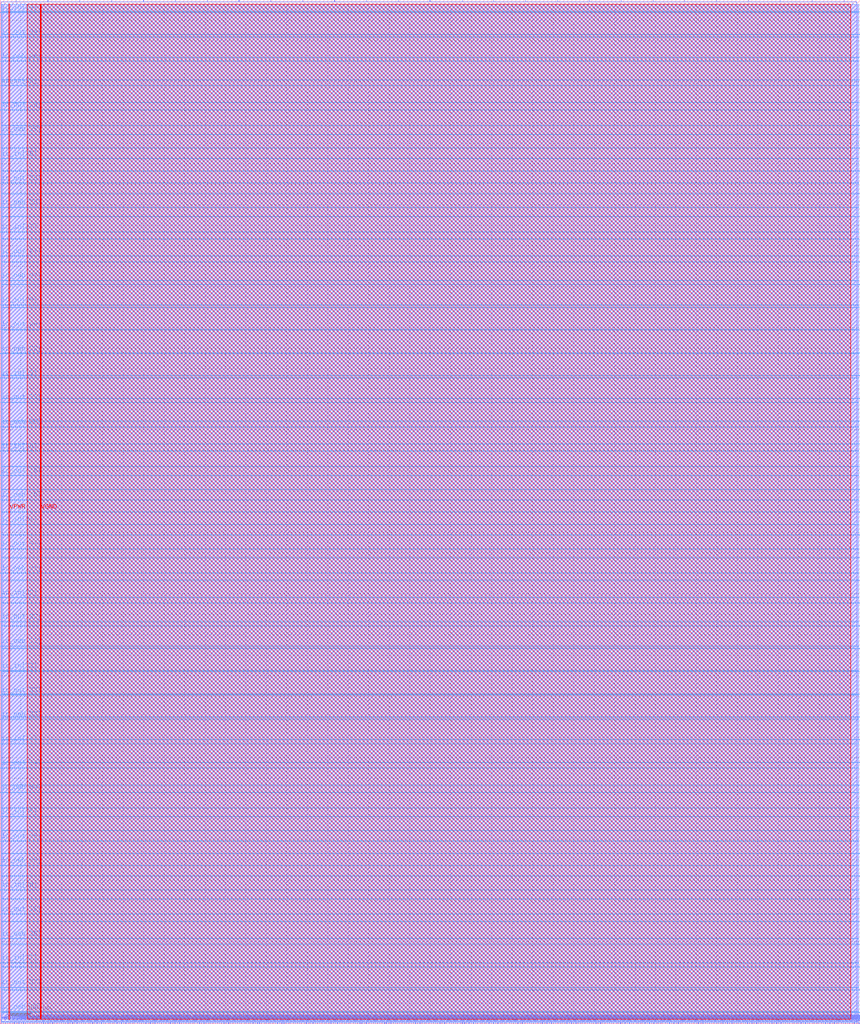
<source format=lef>
VERSION 5.7 ;
  NOWIREEXTENSIONATPIN ON ;
  DIVIDERCHAR "/" ;
  BUSBITCHARS "[]" ;
MACRO Ibtida_top_dffram_cv
  CLASS BLOCK ;
  FOREIGN Ibtida_top_dffram_cv ;
  ORIGIN 0.000 0.000 ;
  SIZE 2100.000 BY 2500.000 ;
  PIN io_in[0]
    DIRECTION INPUT ;
    PORT
      LAYER met3 ;
        RECT 2096.000 27.240 2100.000 27.840 ;
    END
  END io_in[0]
  PIN io_in[10]
    DIRECTION INPUT ;
    PORT
      LAYER met3 ;
        RECT 2096.000 1693.240 2100.000 1693.840 ;
    END
  END io_in[10]
  PIN io_in[11]
    DIRECTION INPUT ;
    PORT
      LAYER met3 ;
        RECT 2096.000 1859.840 2100.000 1860.440 ;
    END
  END io_in[11]
  PIN io_in[12]
    DIRECTION INPUT ;
    PORT
      LAYER met3 ;
        RECT 2096.000 2026.440 2100.000 2027.040 ;
    END
  END io_in[12]
  PIN io_in[13]
    DIRECTION INPUT ;
    PORT
      LAYER met3 ;
        RECT 2096.000 2193.040 2100.000 2193.640 ;
    END
  END io_in[13]
  PIN io_in[14]
    DIRECTION INPUT ;
    PORT
      LAYER met3 ;
        RECT 2096.000 2359.640 2100.000 2360.240 ;
    END
  END io_in[14]
  PIN io_in[15]
    DIRECTION INPUT ;
    PORT
      LAYER met2 ;
        RECT 2060.430 2496.000 2060.710 2500.000 ;
    END
  END io_in[15]
  PIN io_in[16]
    DIRECTION INPUT ;
    PORT
      LAYER met2 ;
        RECT 1827.210 2496.000 1827.490 2500.000 ;
    END
  END io_in[16]
  PIN io_in[17]
    DIRECTION INPUT ;
    PORT
      LAYER met2 ;
        RECT 1593.990 2496.000 1594.270 2500.000 ;
    END
  END io_in[17]
  PIN io_in[18]
    DIRECTION INPUT ;
    PORT
      LAYER met2 ;
        RECT 1360.770 2496.000 1361.050 2500.000 ;
    END
  END io_in[18]
  PIN io_in[19]
    DIRECTION INPUT ;
    PORT
      LAYER met2 ;
        RECT 1127.550 2496.000 1127.830 2500.000 ;
    END
  END io_in[19]
  PIN io_in[1]
    DIRECTION INPUT ;
    PORT
      LAYER met3 ;
        RECT 2096.000 193.840 2100.000 194.440 ;
    END
  END io_in[1]
  PIN io_in[20]
    DIRECTION INPUT ;
    PORT
      LAYER met2 ;
        RECT 893.870 2496.000 894.150 2500.000 ;
    END
  END io_in[20]
  PIN io_in[21]
    DIRECTION INPUT ;
    PORT
      LAYER met2 ;
        RECT 660.650 2496.000 660.930 2500.000 ;
    END
  END io_in[21]
  PIN io_in[22]
    DIRECTION INPUT ;
    PORT
      LAYER met2 ;
        RECT 427.430 2496.000 427.710 2500.000 ;
    END
  END io_in[22]
  PIN io_in[23]
    DIRECTION INPUT ;
    PORT
      LAYER met2 ;
        RECT 194.210 2496.000 194.490 2500.000 ;
    END
  END io_in[23]
  PIN io_in[24]
    DIRECTION INPUT ;
    PORT
      LAYER met3 ;
        RECT 0.000 2469.120 4.000 2469.720 ;
    END
  END io_in[24]
  PIN io_in[25]
    DIRECTION INPUT ;
    PORT
      LAYER met3 ;
        RECT 0.000 2290.280 4.000 2290.880 ;
    END
  END io_in[25]
  PIN io_in[26]
    DIRECTION INPUT ;
    PORT
      LAYER met3 ;
        RECT 0.000 2112.120 4.000 2112.720 ;
    END
  END io_in[26]
  PIN io_in[27]
    DIRECTION INPUT ;
    PORT
      LAYER met3 ;
        RECT 0.000 1933.280 4.000 1933.880 ;
    END
  END io_in[27]
  PIN io_in[28]
    DIRECTION INPUT ;
    PORT
      LAYER met3 ;
        RECT 0.000 1755.120 4.000 1755.720 ;
    END
  END io_in[28]
  PIN io_in[29]
    DIRECTION INPUT ;
    PORT
      LAYER met3 ;
        RECT 0.000 1576.280 4.000 1576.880 ;
    END
  END io_in[29]
  PIN io_in[2]
    DIRECTION INPUT ;
    PORT
      LAYER met3 ;
        RECT 2096.000 360.440 2100.000 361.040 ;
    END
  END io_in[2]
  PIN io_in[30]
    DIRECTION INPUT ;
    PORT
      LAYER met3 ;
        RECT 0.000 1398.120 4.000 1398.720 ;
    END
  END io_in[30]
  PIN io_in[31]
    DIRECTION INPUT ;
    PORT
      LAYER met3 ;
        RECT 0.000 1219.280 4.000 1219.880 ;
    END
  END io_in[31]
  PIN io_in[32]
    DIRECTION INPUT ;
    PORT
      LAYER met3 ;
        RECT 0.000 1040.440 4.000 1041.040 ;
    END
  END io_in[32]
  PIN io_in[33]
    DIRECTION INPUT ;
    PORT
      LAYER met3 ;
        RECT 0.000 862.280 4.000 862.880 ;
    END
  END io_in[33]
  PIN io_in[34]
    DIRECTION INPUT ;
    PORT
      LAYER met3 ;
        RECT 0.000 683.440 4.000 684.040 ;
    END
  END io_in[34]
  PIN io_in[35]
    DIRECTION INPUT ;
    PORT
      LAYER met3 ;
        RECT 0.000 505.280 4.000 505.880 ;
    END
  END io_in[35]
  PIN io_in[36]
    DIRECTION INPUT ;
    PORT
      LAYER met3 ;
        RECT 0.000 326.440 4.000 327.040 ;
    END
  END io_in[36]
  PIN io_in[37]
    DIRECTION INPUT ;
    PORT
      LAYER met3 ;
        RECT 0.000 148.280 4.000 148.880 ;
    END
  END io_in[37]
  PIN io_in[3]
    DIRECTION INPUT ;
    PORT
      LAYER met3 ;
        RECT 2096.000 527.040 2100.000 527.640 ;
    END
  END io_in[3]
  PIN io_in[4]
    DIRECTION INPUT ;
    PORT
      LAYER met3 ;
        RECT 2096.000 693.640 2100.000 694.240 ;
    END
  END io_in[4]
  PIN io_in[5]
    DIRECTION INPUT ;
    PORT
      LAYER met3 ;
        RECT 2096.000 860.240 2100.000 860.840 ;
    END
  END io_in[5]
  PIN io_in[6]
    DIRECTION INPUT ;
    PORT
      LAYER met3 ;
        RECT 2096.000 1026.840 2100.000 1027.440 ;
    END
  END io_in[6]
  PIN io_in[7]
    DIRECTION INPUT ;
    PORT
      LAYER met3 ;
        RECT 2096.000 1193.440 2100.000 1194.040 ;
    END
  END io_in[7]
  PIN io_in[8]
    DIRECTION INPUT ;
    PORT
      LAYER met3 ;
        RECT 2096.000 1360.040 2100.000 1360.640 ;
    END
  END io_in[8]
  PIN io_in[9]
    DIRECTION INPUT ;
    PORT
      LAYER met3 ;
        RECT 2096.000 1526.640 2100.000 1527.240 ;
    END
  END io_in[9]
  PIN io_oeb[0]
    DIRECTION OUTPUT TRISTATE ;
    PORT
      LAYER met3 ;
        RECT 2096.000 138.080 2100.000 138.680 ;
    END
  END io_oeb[0]
  PIN io_oeb[10]
    DIRECTION OUTPUT TRISTATE ;
    PORT
      LAYER met3 ;
        RECT 2096.000 1804.760 2100.000 1805.360 ;
    END
  END io_oeb[10]
  PIN io_oeb[11]
    DIRECTION OUTPUT TRISTATE ;
    PORT
      LAYER met3 ;
        RECT 2096.000 1971.360 2100.000 1971.960 ;
    END
  END io_oeb[11]
  PIN io_oeb[12]
    DIRECTION OUTPUT TRISTATE ;
    PORT
      LAYER met3 ;
        RECT 2096.000 2137.960 2100.000 2138.560 ;
    END
  END io_oeb[12]
  PIN io_oeb[13]
    DIRECTION OUTPUT TRISTATE ;
    PORT
      LAYER met3 ;
        RECT 2096.000 2304.560 2100.000 2305.160 ;
    END
  END io_oeb[13]
  PIN io_oeb[14]
    DIRECTION OUTPUT TRISTATE ;
    PORT
      LAYER met3 ;
        RECT 2096.000 2471.160 2100.000 2471.760 ;
    END
  END io_oeb[14]
  PIN io_oeb[15]
    DIRECTION OUTPUT TRISTATE ;
    PORT
      LAYER met2 ;
        RECT 1904.950 2496.000 1905.230 2500.000 ;
    END
  END io_oeb[15]
  PIN io_oeb[16]
    DIRECTION OUTPUT TRISTATE ;
    PORT
      LAYER met2 ;
        RECT 1671.730 2496.000 1672.010 2500.000 ;
    END
  END io_oeb[16]
  PIN io_oeb[17]
    DIRECTION OUTPUT TRISTATE ;
    PORT
      LAYER met2 ;
        RECT 1438.510 2496.000 1438.790 2500.000 ;
    END
  END io_oeb[17]
  PIN io_oeb[18]
    DIRECTION OUTPUT TRISTATE ;
    PORT
      LAYER met2 ;
        RECT 1205.290 2496.000 1205.570 2500.000 ;
    END
  END io_oeb[18]
  PIN io_oeb[19]
    DIRECTION OUTPUT TRISTATE ;
    PORT
      LAYER met2 ;
        RECT 971.610 2496.000 971.890 2500.000 ;
    END
  END io_oeb[19]
  PIN io_oeb[1]
    DIRECTION OUTPUT TRISTATE ;
    PORT
      LAYER met3 ;
        RECT 2096.000 304.680 2100.000 305.280 ;
    END
  END io_oeb[1]
  PIN io_oeb[20]
    DIRECTION OUTPUT TRISTATE ;
    PORT
      LAYER met2 ;
        RECT 738.390 2496.000 738.670 2500.000 ;
    END
  END io_oeb[20]
  PIN io_oeb[21]
    DIRECTION OUTPUT TRISTATE ;
    PORT
      LAYER met2 ;
        RECT 505.170 2496.000 505.450 2500.000 ;
    END
  END io_oeb[21]
  PIN io_oeb[22]
    DIRECTION OUTPUT TRISTATE ;
    PORT
      LAYER met2 ;
        RECT 271.950 2496.000 272.230 2500.000 ;
    END
  END io_oeb[22]
  PIN io_oeb[23]
    DIRECTION OUTPUT TRISTATE ;
    PORT
      LAYER met2 ;
        RECT 38.730 2496.000 39.010 2500.000 ;
    END
  END io_oeb[23]
  PIN io_oeb[24]
    DIRECTION OUTPUT TRISTATE ;
    PORT
      LAYER met3 ;
        RECT 0.000 2350.120 4.000 2350.720 ;
    END
  END io_oeb[24]
  PIN io_oeb[25]
    DIRECTION OUTPUT TRISTATE ;
    PORT
      LAYER met3 ;
        RECT 0.000 2171.280 4.000 2171.880 ;
    END
  END io_oeb[25]
  PIN io_oeb[26]
    DIRECTION OUTPUT TRISTATE ;
    PORT
      LAYER met3 ;
        RECT 0.000 1993.120 4.000 1993.720 ;
    END
  END io_oeb[26]
  PIN io_oeb[27]
    DIRECTION OUTPUT TRISTATE ;
    PORT
      LAYER met3 ;
        RECT 0.000 1814.280 4.000 1814.880 ;
    END
  END io_oeb[27]
  PIN io_oeb[28]
    DIRECTION OUTPUT TRISTATE ;
    PORT
      LAYER met3 ;
        RECT 0.000 1636.120 4.000 1636.720 ;
    END
  END io_oeb[28]
  PIN io_oeb[29]
    DIRECTION OUTPUT TRISTATE ;
    PORT
      LAYER met3 ;
        RECT 0.000 1457.280 4.000 1457.880 ;
    END
  END io_oeb[29]
  PIN io_oeb[2]
    DIRECTION OUTPUT TRISTATE ;
    PORT
      LAYER met3 ;
        RECT 2096.000 471.280 2100.000 471.880 ;
    END
  END io_oeb[2]
  PIN io_oeb[30]
    DIRECTION OUTPUT TRISTATE ;
    PORT
      LAYER met3 ;
        RECT 0.000 1279.120 4.000 1279.720 ;
    END
  END io_oeb[30]
  PIN io_oeb[31]
    DIRECTION OUTPUT TRISTATE ;
    PORT
      LAYER met3 ;
        RECT 0.000 1100.280 4.000 1100.880 ;
    END
  END io_oeb[31]
  PIN io_oeb[32]
    DIRECTION OUTPUT TRISTATE ;
    PORT
      LAYER met3 ;
        RECT 0.000 921.440 4.000 922.040 ;
    END
  END io_oeb[32]
  PIN io_oeb[33]
    DIRECTION OUTPUT TRISTATE ;
    PORT
      LAYER met3 ;
        RECT 0.000 743.280 4.000 743.880 ;
    END
  END io_oeb[33]
  PIN io_oeb[34]
    DIRECTION OUTPUT TRISTATE ;
    PORT
      LAYER met3 ;
        RECT 0.000 564.440 4.000 565.040 ;
    END
  END io_oeb[34]
  PIN io_oeb[35]
    DIRECTION OUTPUT TRISTATE ;
    PORT
      LAYER met3 ;
        RECT 0.000 386.280 4.000 386.880 ;
    END
  END io_oeb[35]
  PIN io_oeb[36]
    DIRECTION OUTPUT TRISTATE ;
    PORT
      LAYER met3 ;
        RECT 0.000 207.440 4.000 208.040 ;
    END
  END io_oeb[36]
  PIN io_oeb[37]
    DIRECTION OUTPUT TRISTATE ;
    PORT
      LAYER met3 ;
        RECT 0.000 29.280 4.000 29.880 ;
    END
  END io_oeb[37]
  PIN io_oeb[3]
    DIRECTION OUTPUT TRISTATE ;
    PORT
      LAYER met3 ;
        RECT 2096.000 637.880 2100.000 638.480 ;
    END
  END io_oeb[3]
  PIN io_oeb[4]
    DIRECTION OUTPUT TRISTATE ;
    PORT
      LAYER met3 ;
        RECT 2096.000 804.480 2100.000 805.080 ;
    END
  END io_oeb[4]
  PIN io_oeb[5]
    DIRECTION OUTPUT TRISTATE ;
    PORT
      LAYER met3 ;
        RECT 2096.000 971.080 2100.000 971.680 ;
    END
  END io_oeb[5]
  PIN io_oeb[6]
    DIRECTION OUTPUT TRISTATE ;
    PORT
      LAYER met3 ;
        RECT 2096.000 1137.680 2100.000 1138.280 ;
    END
  END io_oeb[6]
  PIN io_oeb[7]
    DIRECTION OUTPUT TRISTATE ;
    PORT
      LAYER met3 ;
        RECT 2096.000 1304.280 2100.000 1304.880 ;
    END
  END io_oeb[7]
  PIN io_oeb[8]
    DIRECTION OUTPUT TRISTATE ;
    PORT
      LAYER met3 ;
        RECT 2096.000 1470.880 2100.000 1471.480 ;
    END
  END io_oeb[8]
  PIN io_oeb[9]
    DIRECTION OUTPUT TRISTATE ;
    PORT
      LAYER met3 ;
        RECT 2096.000 1637.480 2100.000 1638.080 ;
    END
  END io_oeb[9]
  PIN io_out[0]
    DIRECTION OUTPUT TRISTATE ;
    PORT
      LAYER met3 ;
        RECT 2096.000 82.320 2100.000 82.920 ;
    END
  END io_out[0]
  PIN io_out[10]
    DIRECTION OUTPUT TRISTATE ;
    PORT
      LAYER met3 ;
        RECT 2096.000 1749.000 2100.000 1749.600 ;
    END
  END io_out[10]
  PIN io_out[11]
    DIRECTION OUTPUT TRISTATE ;
    PORT
      LAYER met3 ;
        RECT 2096.000 1915.600 2100.000 1916.200 ;
    END
  END io_out[11]
  PIN io_out[12]
    DIRECTION OUTPUT TRISTATE ;
    PORT
      LAYER met3 ;
        RECT 2096.000 2082.200 2100.000 2082.800 ;
    END
  END io_out[12]
  PIN io_out[13]
    DIRECTION OUTPUT TRISTATE ;
    PORT
      LAYER met3 ;
        RECT 2096.000 2248.800 2100.000 2249.400 ;
    END
  END io_out[13]
  PIN io_out[14]
    DIRECTION OUTPUT TRISTATE ;
    PORT
      LAYER met3 ;
        RECT 2096.000 2415.400 2100.000 2416.000 ;
    END
  END io_out[14]
  PIN io_out[15]
    DIRECTION OUTPUT TRISTATE ;
    PORT
      LAYER met2 ;
        RECT 1982.690 2496.000 1982.970 2500.000 ;
    END
  END io_out[15]
  PIN io_out[16]
    DIRECTION OUTPUT TRISTATE ;
    PORT
      LAYER met2 ;
        RECT 1749.470 2496.000 1749.750 2500.000 ;
    END
  END io_out[16]
  PIN io_out[17]
    DIRECTION OUTPUT TRISTATE ;
    PORT
      LAYER met2 ;
        RECT 1516.250 2496.000 1516.530 2500.000 ;
    END
  END io_out[17]
  PIN io_out[18]
    DIRECTION OUTPUT TRISTATE ;
    PORT
      LAYER met2 ;
        RECT 1283.030 2496.000 1283.310 2500.000 ;
    END
  END io_out[18]
  PIN io_out[19]
    DIRECTION OUTPUT TRISTATE ;
    PORT
      LAYER met2 ;
        RECT 1049.350 2496.000 1049.630 2500.000 ;
    END
  END io_out[19]
  PIN io_out[1]
    DIRECTION OUTPUT TRISTATE ;
    PORT
      LAYER met3 ;
        RECT 2096.000 248.920 2100.000 249.520 ;
    END
  END io_out[1]
  PIN io_out[20]
    DIRECTION OUTPUT TRISTATE ;
    PORT
      LAYER met2 ;
        RECT 816.130 2496.000 816.410 2500.000 ;
    END
  END io_out[20]
  PIN io_out[21]
    DIRECTION OUTPUT TRISTATE ;
    PORT
      LAYER met2 ;
        RECT 582.910 2496.000 583.190 2500.000 ;
    END
  END io_out[21]
  PIN io_out[22]
    DIRECTION OUTPUT TRISTATE ;
    PORT
      LAYER met2 ;
        RECT 349.690 2496.000 349.970 2500.000 ;
    END
  END io_out[22]
  PIN io_out[23]
    DIRECTION OUTPUT TRISTATE ;
    PORT
      LAYER met2 ;
        RECT 116.470 2496.000 116.750 2500.000 ;
    END
  END io_out[23]
  PIN io_out[24]
    DIRECTION OUTPUT TRISTATE ;
    PORT
      LAYER met3 ;
        RECT 0.000 2409.280 4.000 2409.880 ;
    END
  END io_out[24]
  PIN io_out[25]
    DIRECTION OUTPUT TRISTATE ;
    PORT
      LAYER met3 ;
        RECT 0.000 2231.120 4.000 2231.720 ;
    END
  END io_out[25]
  PIN io_out[26]
    DIRECTION OUTPUT TRISTATE ;
    PORT
      LAYER met3 ;
        RECT 0.000 2052.280 4.000 2052.880 ;
    END
  END io_out[26]
  PIN io_out[27]
    DIRECTION OUTPUT TRISTATE ;
    PORT
      LAYER met3 ;
        RECT 0.000 1874.120 4.000 1874.720 ;
    END
  END io_out[27]
  PIN io_out[28]
    DIRECTION OUTPUT TRISTATE ;
    PORT
      LAYER met3 ;
        RECT 0.000 1695.280 4.000 1695.880 ;
    END
  END io_out[28]
  PIN io_out[29]
    DIRECTION OUTPUT TRISTATE ;
    PORT
      LAYER met3 ;
        RECT 0.000 1517.120 4.000 1517.720 ;
    END
  END io_out[29]
  PIN io_out[2]
    DIRECTION OUTPUT TRISTATE ;
    PORT
      LAYER met3 ;
        RECT 2096.000 415.520 2100.000 416.120 ;
    END
  END io_out[2]
  PIN io_out[30]
    DIRECTION OUTPUT TRISTATE ;
    PORT
      LAYER met3 ;
        RECT 0.000 1338.280 4.000 1338.880 ;
    END
  END io_out[30]
  PIN io_out[31]
    DIRECTION OUTPUT TRISTATE ;
    PORT
      LAYER met3 ;
        RECT 0.000 1159.440 4.000 1160.040 ;
    END
  END io_out[31]
  PIN io_out[32]
    DIRECTION OUTPUT TRISTATE ;
    PORT
      LAYER met3 ;
        RECT 0.000 981.280 4.000 981.880 ;
    END
  END io_out[32]
  PIN io_out[33]
    DIRECTION OUTPUT TRISTATE ;
    PORT
      LAYER met3 ;
        RECT 0.000 802.440 4.000 803.040 ;
    END
  END io_out[33]
  PIN io_out[34]
    DIRECTION OUTPUT TRISTATE ;
    PORT
      LAYER met3 ;
        RECT 0.000 624.280 4.000 624.880 ;
    END
  END io_out[34]
  PIN io_out[35]
    DIRECTION OUTPUT TRISTATE ;
    PORT
      LAYER met3 ;
        RECT 0.000 445.440 4.000 446.040 ;
    END
  END io_out[35]
  PIN io_out[36]
    DIRECTION OUTPUT TRISTATE ;
    PORT
      LAYER met3 ;
        RECT 0.000 267.280 4.000 267.880 ;
    END
  END io_out[36]
  PIN io_out[37]
    DIRECTION OUTPUT TRISTATE ;
    PORT
      LAYER met3 ;
        RECT 0.000 88.440 4.000 89.040 ;
    END
  END io_out[37]
  PIN io_out[3]
    DIRECTION OUTPUT TRISTATE ;
    PORT
      LAYER met3 ;
        RECT 2096.000 582.120 2100.000 582.720 ;
    END
  END io_out[3]
  PIN io_out[4]
    DIRECTION OUTPUT TRISTATE ;
    PORT
      LAYER met3 ;
        RECT 2096.000 748.720 2100.000 749.320 ;
    END
  END io_out[4]
  PIN io_out[5]
    DIRECTION OUTPUT TRISTATE ;
    PORT
      LAYER met3 ;
        RECT 2096.000 916.000 2100.000 916.600 ;
    END
  END io_out[5]
  PIN io_out[6]
    DIRECTION OUTPUT TRISTATE ;
    PORT
      LAYER met3 ;
        RECT 2096.000 1082.600 2100.000 1083.200 ;
    END
  END io_out[6]
  PIN io_out[7]
    DIRECTION OUTPUT TRISTATE ;
    PORT
      LAYER met3 ;
        RECT 2096.000 1249.200 2100.000 1249.800 ;
    END
  END io_out[7]
  PIN io_out[8]
    DIRECTION OUTPUT TRISTATE ;
    PORT
      LAYER met3 ;
        RECT 2096.000 1415.800 2100.000 1416.400 ;
    END
  END io_out[8]
  PIN io_out[9]
    DIRECTION OUTPUT TRISTATE ;
    PORT
      LAYER met3 ;
        RECT 2096.000 1582.400 2100.000 1583.000 ;
    END
  END io_out[9]
  PIN la_data_in[0]
    DIRECTION INPUT ;
    PORT
      LAYER met2 ;
        RECT 12.970 0.000 13.250 4.000 ;
    END
  END la_data_in[0]
  PIN la_data_in[100]
    DIRECTION INPUT ;
    PORT
      LAYER met2 ;
        RECT 1645.050 0.000 1645.330 4.000 ;
    END
  END la_data_in[100]
  PIN la_data_in[101]
    DIRECTION INPUT ;
    PORT
      LAYER met2 ;
        RECT 1661.610 0.000 1661.890 4.000 ;
    END
  END la_data_in[101]
  PIN la_data_in[102]
    DIRECTION INPUT ;
    PORT
      LAYER met2 ;
        RECT 1677.710 0.000 1677.990 4.000 ;
    END
  END la_data_in[102]
  PIN la_data_in[103]
    DIRECTION INPUT ;
    PORT
      LAYER met2 ;
        RECT 1694.270 0.000 1694.550 4.000 ;
    END
  END la_data_in[103]
  PIN la_data_in[104]
    DIRECTION INPUT ;
    PORT
      LAYER met2 ;
        RECT 1710.370 0.000 1710.650 4.000 ;
    END
  END la_data_in[104]
  PIN la_data_in[105]
    DIRECTION INPUT ;
    PORT
      LAYER met2 ;
        RECT 1726.470 0.000 1726.750 4.000 ;
    END
  END la_data_in[105]
  PIN la_data_in[106]
    DIRECTION INPUT ;
    PORT
      LAYER met2 ;
        RECT 1743.030 0.000 1743.310 4.000 ;
    END
  END la_data_in[106]
  PIN la_data_in[107]
    DIRECTION INPUT ;
    PORT
      LAYER met2 ;
        RECT 1759.130 0.000 1759.410 4.000 ;
    END
  END la_data_in[107]
  PIN la_data_in[108]
    DIRECTION INPUT ;
    PORT
      LAYER met2 ;
        RECT 1775.690 0.000 1775.970 4.000 ;
    END
  END la_data_in[108]
  PIN la_data_in[109]
    DIRECTION INPUT ;
    PORT
      LAYER met2 ;
        RECT 1791.790 0.000 1792.070 4.000 ;
    END
  END la_data_in[109]
  PIN la_data_in[10]
    DIRECTION INPUT ;
    PORT
      LAYER met2 ;
        RECT 176.270 0.000 176.550 4.000 ;
    END
  END la_data_in[10]
  PIN la_data_in[110]
    DIRECTION INPUT ;
    PORT
      LAYER met2 ;
        RECT 1808.350 0.000 1808.630 4.000 ;
    END
  END la_data_in[110]
  PIN la_data_in[111]
    DIRECTION INPUT ;
    PORT
      LAYER met2 ;
        RECT 1824.450 0.000 1824.730 4.000 ;
    END
  END la_data_in[111]
  PIN la_data_in[112]
    DIRECTION INPUT ;
    PORT
      LAYER met2 ;
        RECT 1841.010 0.000 1841.290 4.000 ;
    END
  END la_data_in[112]
  PIN la_data_in[113]
    DIRECTION INPUT ;
    PORT
      LAYER met2 ;
        RECT 1857.110 0.000 1857.390 4.000 ;
    END
  END la_data_in[113]
  PIN la_data_in[114]
    DIRECTION INPUT ;
    PORT
      LAYER met2 ;
        RECT 1873.670 0.000 1873.950 4.000 ;
    END
  END la_data_in[114]
  PIN la_data_in[115]
    DIRECTION INPUT ;
    PORT
      LAYER met2 ;
        RECT 1889.770 0.000 1890.050 4.000 ;
    END
  END la_data_in[115]
  PIN la_data_in[116]
    DIRECTION INPUT ;
    PORT
      LAYER met2 ;
        RECT 1906.330 0.000 1906.610 4.000 ;
    END
  END la_data_in[116]
  PIN la_data_in[117]
    DIRECTION INPUT ;
    PORT
      LAYER met2 ;
        RECT 1922.430 0.000 1922.710 4.000 ;
    END
  END la_data_in[117]
  PIN la_data_in[118]
    DIRECTION INPUT ;
    PORT
      LAYER met2 ;
        RECT 1938.990 0.000 1939.270 4.000 ;
    END
  END la_data_in[118]
  PIN la_data_in[119]
    DIRECTION INPUT ;
    PORT
      LAYER met2 ;
        RECT 1955.090 0.000 1955.370 4.000 ;
    END
  END la_data_in[119]
  PIN la_data_in[11]
    DIRECTION INPUT ;
    PORT
      LAYER met2 ;
        RECT 192.370 0.000 192.650 4.000 ;
    END
  END la_data_in[11]
  PIN la_data_in[120]
    DIRECTION INPUT ;
    PORT
      LAYER met2 ;
        RECT 1971.650 0.000 1971.930 4.000 ;
    END
  END la_data_in[120]
  PIN la_data_in[121]
    DIRECTION INPUT ;
    PORT
      LAYER met2 ;
        RECT 1987.750 0.000 1988.030 4.000 ;
    END
  END la_data_in[121]
  PIN la_data_in[122]
    DIRECTION INPUT ;
    PORT
      LAYER met2 ;
        RECT 2004.310 0.000 2004.590 4.000 ;
    END
  END la_data_in[122]
  PIN la_data_in[123]
    DIRECTION INPUT ;
    PORT
      LAYER met2 ;
        RECT 2020.410 0.000 2020.690 4.000 ;
    END
  END la_data_in[123]
  PIN la_data_in[124]
    DIRECTION INPUT ;
    PORT
      LAYER met2 ;
        RECT 2036.970 0.000 2037.250 4.000 ;
    END
  END la_data_in[124]
  PIN la_data_in[125]
    DIRECTION INPUT ;
    PORT
      LAYER met2 ;
        RECT 2053.070 0.000 2053.350 4.000 ;
    END
  END la_data_in[125]
  PIN la_data_in[126]
    DIRECTION INPUT ;
    PORT
      LAYER met2 ;
        RECT 2069.630 0.000 2069.910 4.000 ;
    END
  END la_data_in[126]
  PIN la_data_in[127]
    DIRECTION INPUT ;
    PORT
      LAYER met2 ;
        RECT 2085.730 0.000 2086.010 4.000 ;
    END
  END la_data_in[127]
  PIN la_data_in[12]
    DIRECTION INPUT ;
    PORT
      LAYER met2 ;
        RECT 208.930 0.000 209.210 4.000 ;
    END
  END la_data_in[12]
  PIN la_data_in[13]
    DIRECTION INPUT ;
    PORT
      LAYER met2 ;
        RECT 225.030 0.000 225.310 4.000 ;
    END
  END la_data_in[13]
  PIN la_data_in[14]
    DIRECTION INPUT ;
    PORT
      LAYER met2 ;
        RECT 241.590 0.000 241.870 4.000 ;
    END
  END la_data_in[14]
  PIN la_data_in[15]
    DIRECTION INPUT ;
    PORT
      LAYER met2 ;
        RECT 257.690 0.000 257.970 4.000 ;
    END
  END la_data_in[15]
  PIN la_data_in[16]
    DIRECTION INPUT ;
    PORT
      LAYER met2 ;
        RECT 274.250 0.000 274.530 4.000 ;
    END
  END la_data_in[16]
  PIN la_data_in[17]
    DIRECTION INPUT ;
    PORT
      LAYER met2 ;
        RECT 290.350 0.000 290.630 4.000 ;
    END
  END la_data_in[17]
  PIN la_data_in[18]
    DIRECTION INPUT ;
    PORT
      LAYER met2 ;
        RECT 306.910 0.000 307.190 4.000 ;
    END
  END la_data_in[18]
  PIN la_data_in[19]
    DIRECTION INPUT ;
    PORT
      LAYER met2 ;
        RECT 323.010 0.000 323.290 4.000 ;
    END
  END la_data_in[19]
  PIN la_data_in[1]
    DIRECTION INPUT ;
    PORT
      LAYER met2 ;
        RECT 29.530 0.000 29.810 4.000 ;
    END
  END la_data_in[1]
  PIN la_data_in[20]
    DIRECTION INPUT ;
    PORT
      LAYER met2 ;
        RECT 339.570 0.000 339.850 4.000 ;
    END
  END la_data_in[20]
  PIN la_data_in[21]
    DIRECTION INPUT ;
    PORT
      LAYER met2 ;
        RECT 355.670 0.000 355.950 4.000 ;
    END
  END la_data_in[21]
  PIN la_data_in[22]
    DIRECTION INPUT ;
    PORT
      LAYER met2 ;
        RECT 372.230 0.000 372.510 4.000 ;
    END
  END la_data_in[22]
  PIN la_data_in[23]
    DIRECTION INPUT ;
    PORT
      LAYER met2 ;
        RECT 388.330 0.000 388.610 4.000 ;
    END
  END la_data_in[23]
  PIN la_data_in[24]
    DIRECTION INPUT ;
    PORT
      LAYER met2 ;
        RECT 404.890 0.000 405.170 4.000 ;
    END
  END la_data_in[24]
  PIN la_data_in[25]
    DIRECTION INPUT ;
    PORT
      LAYER met2 ;
        RECT 420.990 0.000 421.270 4.000 ;
    END
  END la_data_in[25]
  PIN la_data_in[26]
    DIRECTION INPUT ;
    PORT
      LAYER met2 ;
        RECT 437.550 0.000 437.830 4.000 ;
    END
  END la_data_in[26]
  PIN la_data_in[27]
    DIRECTION INPUT ;
    PORT
      LAYER met2 ;
        RECT 453.650 0.000 453.930 4.000 ;
    END
  END la_data_in[27]
  PIN la_data_in[28]
    DIRECTION INPUT ;
    PORT
      LAYER met2 ;
        RECT 470.210 0.000 470.490 4.000 ;
    END
  END la_data_in[28]
  PIN la_data_in[29]
    DIRECTION INPUT ;
    PORT
      LAYER met2 ;
        RECT 486.310 0.000 486.590 4.000 ;
    END
  END la_data_in[29]
  PIN la_data_in[2]
    DIRECTION INPUT ;
    PORT
      LAYER met2 ;
        RECT 45.630 0.000 45.910 4.000 ;
    END
  END la_data_in[2]
  PIN la_data_in[30]
    DIRECTION INPUT ;
    PORT
      LAYER met2 ;
        RECT 502.870 0.000 503.150 4.000 ;
    END
  END la_data_in[30]
  PIN la_data_in[31]
    DIRECTION INPUT ;
    PORT
      LAYER met2 ;
        RECT 518.970 0.000 519.250 4.000 ;
    END
  END la_data_in[31]
  PIN la_data_in[32]
    DIRECTION INPUT ;
    PORT
      LAYER met2 ;
        RECT 535.070 0.000 535.350 4.000 ;
    END
  END la_data_in[32]
  PIN la_data_in[33]
    DIRECTION INPUT ;
    PORT
      LAYER met2 ;
        RECT 551.630 0.000 551.910 4.000 ;
    END
  END la_data_in[33]
  PIN la_data_in[34]
    DIRECTION INPUT ;
    PORT
      LAYER met2 ;
        RECT 567.730 0.000 568.010 4.000 ;
    END
  END la_data_in[34]
  PIN la_data_in[35]
    DIRECTION INPUT ;
    PORT
      LAYER met2 ;
        RECT 584.290 0.000 584.570 4.000 ;
    END
  END la_data_in[35]
  PIN la_data_in[36]
    DIRECTION INPUT ;
    PORT
      LAYER met2 ;
        RECT 600.390 0.000 600.670 4.000 ;
    END
  END la_data_in[36]
  PIN la_data_in[37]
    DIRECTION INPUT ;
    PORT
      LAYER met2 ;
        RECT 616.950 0.000 617.230 4.000 ;
    END
  END la_data_in[37]
  PIN la_data_in[38]
    DIRECTION INPUT ;
    PORT
      LAYER met2 ;
        RECT 633.050 0.000 633.330 4.000 ;
    END
  END la_data_in[38]
  PIN la_data_in[39]
    DIRECTION INPUT ;
    PORT
      LAYER met2 ;
        RECT 649.610 0.000 649.890 4.000 ;
    END
  END la_data_in[39]
  PIN la_data_in[3]
    DIRECTION INPUT ;
    PORT
      LAYER met2 ;
        RECT 62.190 0.000 62.470 4.000 ;
    END
  END la_data_in[3]
  PIN la_data_in[40]
    DIRECTION INPUT ;
    PORT
      LAYER met2 ;
        RECT 665.710 0.000 665.990 4.000 ;
    END
  END la_data_in[40]
  PIN la_data_in[41]
    DIRECTION INPUT ;
    PORT
      LAYER met2 ;
        RECT 682.270 0.000 682.550 4.000 ;
    END
  END la_data_in[41]
  PIN la_data_in[42]
    DIRECTION INPUT ;
    PORT
      LAYER met2 ;
        RECT 698.370 0.000 698.650 4.000 ;
    END
  END la_data_in[42]
  PIN la_data_in[43]
    DIRECTION INPUT ;
    PORT
      LAYER met2 ;
        RECT 714.930 0.000 715.210 4.000 ;
    END
  END la_data_in[43]
  PIN la_data_in[44]
    DIRECTION INPUT ;
    PORT
      LAYER met2 ;
        RECT 731.030 0.000 731.310 4.000 ;
    END
  END la_data_in[44]
  PIN la_data_in[45]
    DIRECTION INPUT ;
    PORT
      LAYER met2 ;
        RECT 747.590 0.000 747.870 4.000 ;
    END
  END la_data_in[45]
  PIN la_data_in[46]
    DIRECTION INPUT ;
    PORT
      LAYER met2 ;
        RECT 763.690 0.000 763.970 4.000 ;
    END
  END la_data_in[46]
  PIN la_data_in[47]
    DIRECTION INPUT ;
    PORT
      LAYER met2 ;
        RECT 780.250 0.000 780.530 4.000 ;
    END
  END la_data_in[47]
  PIN la_data_in[48]
    DIRECTION INPUT ;
    PORT
      LAYER met2 ;
        RECT 796.350 0.000 796.630 4.000 ;
    END
  END la_data_in[48]
  PIN la_data_in[49]
    DIRECTION INPUT ;
    PORT
      LAYER met2 ;
        RECT 812.910 0.000 813.190 4.000 ;
    END
  END la_data_in[49]
  PIN la_data_in[4]
    DIRECTION INPUT ;
    PORT
      LAYER met2 ;
        RECT 78.290 0.000 78.570 4.000 ;
    END
  END la_data_in[4]
  PIN la_data_in[50]
    DIRECTION INPUT ;
    PORT
      LAYER met2 ;
        RECT 829.010 0.000 829.290 4.000 ;
    END
  END la_data_in[50]
  PIN la_data_in[51]
    DIRECTION INPUT ;
    PORT
      LAYER met2 ;
        RECT 845.570 0.000 845.850 4.000 ;
    END
  END la_data_in[51]
  PIN la_data_in[52]
    DIRECTION INPUT ;
    PORT
      LAYER met2 ;
        RECT 861.670 0.000 861.950 4.000 ;
    END
  END la_data_in[52]
  PIN la_data_in[53]
    DIRECTION INPUT ;
    PORT
      LAYER met2 ;
        RECT 878.230 0.000 878.510 4.000 ;
    END
  END la_data_in[53]
  PIN la_data_in[54]
    DIRECTION INPUT ;
    PORT
      LAYER met2 ;
        RECT 894.330 0.000 894.610 4.000 ;
    END
  END la_data_in[54]
  PIN la_data_in[55]
    DIRECTION INPUT ;
    PORT
      LAYER met2 ;
        RECT 910.890 0.000 911.170 4.000 ;
    END
  END la_data_in[55]
  PIN la_data_in[56]
    DIRECTION INPUT ;
    PORT
      LAYER met2 ;
        RECT 926.990 0.000 927.270 4.000 ;
    END
  END la_data_in[56]
  PIN la_data_in[57]
    DIRECTION INPUT ;
    PORT
      LAYER met2 ;
        RECT 943.090 0.000 943.370 4.000 ;
    END
  END la_data_in[57]
  PIN la_data_in[58]
    DIRECTION INPUT ;
    PORT
      LAYER met2 ;
        RECT 959.650 0.000 959.930 4.000 ;
    END
  END la_data_in[58]
  PIN la_data_in[59]
    DIRECTION INPUT ;
    PORT
      LAYER met2 ;
        RECT 975.750 0.000 976.030 4.000 ;
    END
  END la_data_in[59]
  PIN la_data_in[5]
    DIRECTION INPUT ;
    PORT
      LAYER met2 ;
        RECT 94.850 0.000 95.130 4.000 ;
    END
  END la_data_in[5]
  PIN la_data_in[60]
    DIRECTION INPUT ;
    PORT
      LAYER met2 ;
        RECT 992.310 0.000 992.590 4.000 ;
    END
  END la_data_in[60]
  PIN la_data_in[61]
    DIRECTION INPUT ;
    PORT
      LAYER met2 ;
        RECT 1008.410 0.000 1008.690 4.000 ;
    END
  END la_data_in[61]
  PIN la_data_in[62]
    DIRECTION INPUT ;
    PORT
      LAYER met2 ;
        RECT 1024.970 0.000 1025.250 4.000 ;
    END
  END la_data_in[62]
  PIN la_data_in[63]
    DIRECTION INPUT ;
    PORT
      LAYER met2 ;
        RECT 1041.070 0.000 1041.350 4.000 ;
    END
  END la_data_in[63]
  PIN la_data_in[64]
    DIRECTION INPUT ;
    PORT
      LAYER met2 ;
        RECT 1057.630 0.000 1057.910 4.000 ;
    END
  END la_data_in[64]
  PIN la_data_in[65]
    DIRECTION INPUT ;
    PORT
      LAYER met2 ;
        RECT 1073.730 0.000 1074.010 4.000 ;
    END
  END la_data_in[65]
  PIN la_data_in[66]
    DIRECTION INPUT ;
    PORT
      LAYER met2 ;
        RECT 1090.290 0.000 1090.570 4.000 ;
    END
  END la_data_in[66]
  PIN la_data_in[67]
    DIRECTION INPUT ;
    PORT
      LAYER met2 ;
        RECT 1106.390 0.000 1106.670 4.000 ;
    END
  END la_data_in[67]
  PIN la_data_in[68]
    DIRECTION INPUT ;
    PORT
      LAYER met2 ;
        RECT 1122.950 0.000 1123.230 4.000 ;
    END
  END la_data_in[68]
  PIN la_data_in[69]
    DIRECTION INPUT ;
    PORT
      LAYER met2 ;
        RECT 1139.050 0.000 1139.330 4.000 ;
    END
  END la_data_in[69]
  PIN la_data_in[6]
    DIRECTION INPUT ;
    PORT
      LAYER met2 ;
        RECT 110.950 0.000 111.230 4.000 ;
    END
  END la_data_in[6]
  PIN la_data_in[70]
    DIRECTION INPUT ;
    PORT
      LAYER met2 ;
        RECT 1155.610 0.000 1155.890 4.000 ;
    END
  END la_data_in[70]
  PIN la_data_in[71]
    DIRECTION INPUT ;
    PORT
      LAYER met2 ;
        RECT 1171.710 0.000 1171.990 4.000 ;
    END
  END la_data_in[71]
  PIN la_data_in[72]
    DIRECTION INPUT ;
    PORT
      LAYER met2 ;
        RECT 1188.270 0.000 1188.550 4.000 ;
    END
  END la_data_in[72]
  PIN la_data_in[73]
    DIRECTION INPUT ;
    PORT
      LAYER met2 ;
        RECT 1204.370 0.000 1204.650 4.000 ;
    END
  END la_data_in[73]
  PIN la_data_in[74]
    DIRECTION INPUT ;
    PORT
      LAYER met2 ;
        RECT 1220.930 0.000 1221.210 4.000 ;
    END
  END la_data_in[74]
  PIN la_data_in[75]
    DIRECTION INPUT ;
    PORT
      LAYER met2 ;
        RECT 1237.030 0.000 1237.310 4.000 ;
    END
  END la_data_in[75]
  PIN la_data_in[76]
    DIRECTION INPUT ;
    PORT
      LAYER met2 ;
        RECT 1253.590 0.000 1253.870 4.000 ;
    END
  END la_data_in[76]
  PIN la_data_in[77]
    DIRECTION INPUT ;
    PORT
      LAYER met2 ;
        RECT 1269.690 0.000 1269.970 4.000 ;
    END
  END la_data_in[77]
  PIN la_data_in[78]
    DIRECTION INPUT ;
    PORT
      LAYER met2 ;
        RECT 1286.250 0.000 1286.530 4.000 ;
    END
  END la_data_in[78]
  PIN la_data_in[79]
    DIRECTION INPUT ;
    PORT
      LAYER met2 ;
        RECT 1302.350 0.000 1302.630 4.000 ;
    END
  END la_data_in[79]
  PIN la_data_in[7]
    DIRECTION INPUT ;
    PORT
      LAYER met2 ;
        RECT 127.510 0.000 127.790 4.000 ;
    END
  END la_data_in[7]
  PIN la_data_in[80]
    DIRECTION INPUT ;
    PORT
      LAYER met2 ;
        RECT 1318.450 0.000 1318.730 4.000 ;
    END
  END la_data_in[80]
  PIN la_data_in[81]
    DIRECTION INPUT ;
    PORT
      LAYER met2 ;
        RECT 1335.010 0.000 1335.290 4.000 ;
    END
  END la_data_in[81]
  PIN la_data_in[82]
    DIRECTION INPUT ;
    PORT
      LAYER met2 ;
        RECT 1351.110 0.000 1351.390 4.000 ;
    END
  END la_data_in[82]
  PIN la_data_in[83]
    DIRECTION INPUT ;
    PORT
      LAYER met2 ;
        RECT 1367.670 0.000 1367.950 4.000 ;
    END
  END la_data_in[83]
  PIN la_data_in[84]
    DIRECTION INPUT ;
    PORT
      LAYER met2 ;
        RECT 1383.770 0.000 1384.050 4.000 ;
    END
  END la_data_in[84]
  PIN la_data_in[85]
    DIRECTION INPUT ;
    PORT
      LAYER met2 ;
        RECT 1400.330 0.000 1400.610 4.000 ;
    END
  END la_data_in[85]
  PIN la_data_in[86]
    DIRECTION INPUT ;
    PORT
      LAYER met2 ;
        RECT 1416.430 0.000 1416.710 4.000 ;
    END
  END la_data_in[86]
  PIN la_data_in[87]
    DIRECTION INPUT ;
    PORT
      LAYER met2 ;
        RECT 1432.990 0.000 1433.270 4.000 ;
    END
  END la_data_in[87]
  PIN la_data_in[88]
    DIRECTION INPUT ;
    PORT
      LAYER met2 ;
        RECT 1449.090 0.000 1449.370 4.000 ;
    END
  END la_data_in[88]
  PIN la_data_in[89]
    DIRECTION INPUT ;
    PORT
      LAYER met2 ;
        RECT 1465.650 0.000 1465.930 4.000 ;
    END
  END la_data_in[89]
  PIN la_data_in[8]
    DIRECTION INPUT ;
    PORT
      LAYER met2 ;
        RECT 143.610 0.000 143.890 4.000 ;
    END
  END la_data_in[8]
  PIN la_data_in[90]
    DIRECTION INPUT ;
    PORT
      LAYER met2 ;
        RECT 1481.750 0.000 1482.030 4.000 ;
    END
  END la_data_in[90]
  PIN la_data_in[91]
    DIRECTION INPUT ;
    PORT
      LAYER met2 ;
        RECT 1498.310 0.000 1498.590 4.000 ;
    END
  END la_data_in[91]
  PIN la_data_in[92]
    DIRECTION INPUT ;
    PORT
      LAYER met2 ;
        RECT 1514.410 0.000 1514.690 4.000 ;
    END
  END la_data_in[92]
  PIN la_data_in[93]
    DIRECTION INPUT ;
    PORT
      LAYER met2 ;
        RECT 1530.970 0.000 1531.250 4.000 ;
    END
  END la_data_in[93]
  PIN la_data_in[94]
    DIRECTION INPUT ;
    PORT
      LAYER met2 ;
        RECT 1547.070 0.000 1547.350 4.000 ;
    END
  END la_data_in[94]
  PIN la_data_in[95]
    DIRECTION INPUT ;
    PORT
      LAYER met2 ;
        RECT 1563.630 0.000 1563.910 4.000 ;
    END
  END la_data_in[95]
  PIN la_data_in[96]
    DIRECTION INPUT ;
    PORT
      LAYER met2 ;
        RECT 1579.730 0.000 1580.010 4.000 ;
    END
  END la_data_in[96]
  PIN la_data_in[97]
    DIRECTION INPUT ;
    PORT
      LAYER met2 ;
        RECT 1596.290 0.000 1596.570 4.000 ;
    END
  END la_data_in[97]
  PIN la_data_in[98]
    DIRECTION INPUT ;
    PORT
      LAYER met2 ;
        RECT 1612.390 0.000 1612.670 4.000 ;
    END
  END la_data_in[98]
  PIN la_data_in[99]
    DIRECTION INPUT ;
    PORT
      LAYER met2 ;
        RECT 1628.950 0.000 1629.230 4.000 ;
    END
  END la_data_in[99]
  PIN la_data_in[9]
    DIRECTION INPUT ;
    PORT
      LAYER met2 ;
        RECT 159.710 0.000 159.990 4.000 ;
    END
  END la_data_in[9]
  PIN la_data_out[0]
    DIRECTION OUTPUT TRISTATE ;
    PORT
      LAYER met2 ;
        RECT 18.490 0.000 18.770 4.000 ;
    END
  END la_data_out[0]
  PIN la_data_out[100]
    DIRECTION OUTPUT TRISTATE ;
    PORT
      LAYER met2 ;
        RECT 1650.570 0.000 1650.850 4.000 ;
    END
  END la_data_out[100]
  PIN la_data_out[101]
    DIRECTION OUTPUT TRISTATE ;
    PORT
      LAYER met2 ;
        RECT 1666.670 0.000 1666.950 4.000 ;
    END
  END la_data_out[101]
  PIN la_data_out[102]
    DIRECTION OUTPUT TRISTATE ;
    PORT
      LAYER met2 ;
        RECT 1683.230 0.000 1683.510 4.000 ;
    END
  END la_data_out[102]
  PIN la_data_out[103]
    DIRECTION OUTPUT TRISTATE ;
    PORT
      LAYER met2 ;
        RECT 1699.330 0.000 1699.610 4.000 ;
    END
  END la_data_out[103]
  PIN la_data_out[104]
    DIRECTION OUTPUT TRISTATE ;
    PORT
      LAYER met2 ;
        RECT 1715.890 0.000 1716.170 4.000 ;
    END
  END la_data_out[104]
  PIN la_data_out[105]
    DIRECTION OUTPUT TRISTATE ;
    PORT
      LAYER met2 ;
        RECT 1731.990 0.000 1732.270 4.000 ;
    END
  END la_data_out[105]
  PIN la_data_out[106]
    DIRECTION OUTPUT TRISTATE ;
    PORT
      LAYER met2 ;
        RECT 1748.550 0.000 1748.830 4.000 ;
    END
  END la_data_out[106]
  PIN la_data_out[107]
    DIRECTION OUTPUT TRISTATE ;
    PORT
      LAYER met2 ;
        RECT 1764.650 0.000 1764.930 4.000 ;
    END
  END la_data_out[107]
  PIN la_data_out[108]
    DIRECTION OUTPUT TRISTATE ;
    PORT
      LAYER met2 ;
        RECT 1781.210 0.000 1781.490 4.000 ;
    END
  END la_data_out[108]
  PIN la_data_out[109]
    DIRECTION OUTPUT TRISTATE ;
    PORT
      LAYER met2 ;
        RECT 1797.310 0.000 1797.590 4.000 ;
    END
  END la_data_out[109]
  PIN la_data_out[10]
    DIRECTION OUTPUT TRISTATE ;
    PORT
      LAYER met2 ;
        RECT 181.790 0.000 182.070 4.000 ;
    END
  END la_data_out[10]
  PIN la_data_out[110]
    DIRECTION OUTPUT TRISTATE ;
    PORT
      LAYER met2 ;
        RECT 1813.870 0.000 1814.150 4.000 ;
    END
  END la_data_out[110]
  PIN la_data_out[111]
    DIRECTION OUTPUT TRISTATE ;
    PORT
      LAYER met2 ;
        RECT 1829.970 0.000 1830.250 4.000 ;
    END
  END la_data_out[111]
  PIN la_data_out[112]
    DIRECTION OUTPUT TRISTATE ;
    PORT
      LAYER met2 ;
        RECT 1846.530 0.000 1846.810 4.000 ;
    END
  END la_data_out[112]
  PIN la_data_out[113]
    DIRECTION OUTPUT TRISTATE ;
    PORT
      LAYER met2 ;
        RECT 1862.630 0.000 1862.910 4.000 ;
    END
  END la_data_out[113]
  PIN la_data_out[114]
    DIRECTION OUTPUT TRISTATE ;
    PORT
      LAYER met2 ;
        RECT 1879.190 0.000 1879.470 4.000 ;
    END
  END la_data_out[114]
  PIN la_data_out[115]
    DIRECTION OUTPUT TRISTATE ;
    PORT
      LAYER met2 ;
        RECT 1895.290 0.000 1895.570 4.000 ;
    END
  END la_data_out[115]
  PIN la_data_out[116]
    DIRECTION OUTPUT TRISTATE ;
    PORT
      LAYER met2 ;
        RECT 1911.850 0.000 1912.130 4.000 ;
    END
  END la_data_out[116]
  PIN la_data_out[117]
    DIRECTION OUTPUT TRISTATE ;
    PORT
      LAYER met2 ;
        RECT 1927.950 0.000 1928.230 4.000 ;
    END
  END la_data_out[117]
  PIN la_data_out[118]
    DIRECTION OUTPUT TRISTATE ;
    PORT
      LAYER met2 ;
        RECT 1944.510 0.000 1944.790 4.000 ;
    END
  END la_data_out[118]
  PIN la_data_out[119]
    DIRECTION OUTPUT TRISTATE ;
    PORT
      LAYER met2 ;
        RECT 1960.610 0.000 1960.890 4.000 ;
    END
  END la_data_out[119]
  PIN la_data_out[11]
    DIRECTION OUTPUT TRISTATE ;
    PORT
      LAYER met2 ;
        RECT 197.890 0.000 198.170 4.000 ;
    END
  END la_data_out[11]
  PIN la_data_out[120]
    DIRECTION OUTPUT TRISTATE ;
    PORT
      LAYER met2 ;
        RECT 1976.710 0.000 1976.990 4.000 ;
    END
  END la_data_out[120]
  PIN la_data_out[121]
    DIRECTION OUTPUT TRISTATE ;
    PORT
      LAYER met2 ;
        RECT 1993.270 0.000 1993.550 4.000 ;
    END
  END la_data_out[121]
  PIN la_data_out[122]
    DIRECTION OUTPUT TRISTATE ;
    PORT
      LAYER met2 ;
        RECT 2009.370 0.000 2009.650 4.000 ;
    END
  END la_data_out[122]
  PIN la_data_out[123]
    DIRECTION OUTPUT TRISTATE ;
    PORT
      LAYER met2 ;
        RECT 2025.930 0.000 2026.210 4.000 ;
    END
  END la_data_out[123]
  PIN la_data_out[124]
    DIRECTION OUTPUT TRISTATE ;
    PORT
      LAYER met2 ;
        RECT 2042.030 0.000 2042.310 4.000 ;
    END
  END la_data_out[124]
  PIN la_data_out[125]
    DIRECTION OUTPUT TRISTATE ;
    PORT
      LAYER met2 ;
        RECT 2058.590 0.000 2058.870 4.000 ;
    END
  END la_data_out[125]
  PIN la_data_out[126]
    DIRECTION OUTPUT TRISTATE ;
    PORT
      LAYER met2 ;
        RECT 2074.690 0.000 2074.970 4.000 ;
    END
  END la_data_out[126]
  PIN la_data_out[127]
    DIRECTION OUTPUT TRISTATE ;
    PORT
      LAYER met2 ;
        RECT 2091.250 0.000 2091.530 4.000 ;
    END
  END la_data_out[127]
  PIN la_data_out[12]
    DIRECTION OUTPUT TRISTATE ;
    PORT
      LAYER met2 ;
        RECT 214.450 0.000 214.730 4.000 ;
    END
  END la_data_out[12]
  PIN la_data_out[13]
    DIRECTION OUTPUT TRISTATE ;
    PORT
      LAYER met2 ;
        RECT 230.550 0.000 230.830 4.000 ;
    END
  END la_data_out[13]
  PIN la_data_out[14]
    DIRECTION OUTPUT TRISTATE ;
    PORT
      LAYER met2 ;
        RECT 247.110 0.000 247.390 4.000 ;
    END
  END la_data_out[14]
  PIN la_data_out[15]
    DIRECTION OUTPUT TRISTATE ;
    PORT
      LAYER met2 ;
        RECT 263.210 0.000 263.490 4.000 ;
    END
  END la_data_out[15]
  PIN la_data_out[16]
    DIRECTION OUTPUT TRISTATE ;
    PORT
      LAYER met2 ;
        RECT 279.770 0.000 280.050 4.000 ;
    END
  END la_data_out[16]
  PIN la_data_out[17]
    DIRECTION OUTPUT TRISTATE ;
    PORT
      LAYER met2 ;
        RECT 295.870 0.000 296.150 4.000 ;
    END
  END la_data_out[17]
  PIN la_data_out[18]
    DIRECTION OUTPUT TRISTATE ;
    PORT
      LAYER met2 ;
        RECT 312.430 0.000 312.710 4.000 ;
    END
  END la_data_out[18]
  PIN la_data_out[19]
    DIRECTION OUTPUT TRISTATE ;
    PORT
      LAYER met2 ;
        RECT 328.530 0.000 328.810 4.000 ;
    END
  END la_data_out[19]
  PIN la_data_out[1]
    DIRECTION OUTPUT TRISTATE ;
    PORT
      LAYER met2 ;
        RECT 34.590 0.000 34.870 4.000 ;
    END
  END la_data_out[1]
  PIN la_data_out[20]
    DIRECTION OUTPUT TRISTATE ;
    PORT
      LAYER met2 ;
        RECT 345.090 0.000 345.370 4.000 ;
    END
  END la_data_out[20]
  PIN la_data_out[21]
    DIRECTION OUTPUT TRISTATE ;
    PORT
      LAYER met2 ;
        RECT 361.190 0.000 361.470 4.000 ;
    END
  END la_data_out[21]
  PIN la_data_out[22]
    DIRECTION OUTPUT TRISTATE ;
    PORT
      LAYER met2 ;
        RECT 377.750 0.000 378.030 4.000 ;
    END
  END la_data_out[22]
  PIN la_data_out[23]
    DIRECTION OUTPUT TRISTATE ;
    PORT
      LAYER met2 ;
        RECT 393.850 0.000 394.130 4.000 ;
    END
  END la_data_out[23]
  PIN la_data_out[24]
    DIRECTION OUTPUT TRISTATE ;
    PORT
      LAYER met2 ;
        RECT 409.950 0.000 410.230 4.000 ;
    END
  END la_data_out[24]
  PIN la_data_out[25]
    DIRECTION OUTPUT TRISTATE ;
    PORT
      LAYER met2 ;
        RECT 426.510 0.000 426.790 4.000 ;
    END
  END la_data_out[25]
  PIN la_data_out[26]
    DIRECTION OUTPUT TRISTATE ;
    PORT
      LAYER met2 ;
        RECT 442.610 0.000 442.890 4.000 ;
    END
  END la_data_out[26]
  PIN la_data_out[27]
    DIRECTION OUTPUT TRISTATE ;
    PORT
      LAYER met2 ;
        RECT 459.170 0.000 459.450 4.000 ;
    END
  END la_data_out[27]
  PIN la_data_out[28]
    DIRECTION OUTPUT TRISTATE ;
    PORT
      LAYER met2 ;
        RECT 475.270 0.000 475.550 4.000 ;
    END
  END la_data_out[28]
  PIN la_data_out[29]
    DIRECTION OUTPUT TRISTATE ;
    PORT
      LAYER met2 ;
        RECT 491.830 0.000 492.110 4.000 ;
    END
  END la_data_out[29]
  PIN la_data_out[2]
    DIRECTION OUTPUT TRISTATE ;
    PORT
      LAYER met2 ;
        RECT 51.150 0.000 51.430 4.000 ;
    END
  END la_data_out[2]
  PIN la_data_out[30]
    DIRECTION OUTPUT TRISTATE ;
    PORT
      LAYER met2 ;
        RECT 507.930 0.000 508.210 4.000 ;
    END
  END la_data_out[30]
  PIN la_data_out[31]
    DIRECTION OUTPUT TRISTATE ;
    PORT
      LAYER met2 ;
        RECT 524.490 0.000 524.770 4.000 ;
    END
  END la_data_out[31]
  PIN la_data_out[32]
    DIRECTION OUTPUT TRISTATE ;
    PORT
      LAYER met2 ;
        RECT 540.590 0.000 540.870 4.000 ;
    END
  END la_data_out[32]
  PIN la_data_out[33]
    DIRECTION OUTPUT TRISTATE ;
    PORT
      LAYER met2 ;
        RECT 557.150 0.000 557.430 4.000 ;
    END
  END la_data_out[33]
  PIN la_data_out[34]
    DIRECTION OUTPUT TRISTATE ;
    PORT
      LAYER met2 ;
        RECT 573.250 0.000 573.530 4.000 ;
    END
  END la_data_out[34]
  PIN la_data_out[35]
    DIRECTION OUTPUT TRISTATE ;
    PORT
      LAYER met2 ;
        RECT 589.810 0.000 590.090 4.000 ;
    END
  END la_data_out[35]
  PIN la_data_out[36]
    DIRECTION OUTPUT TRISTATE ;
    PORT
      LAYER met2 ;
        RECT 605.910 0.000 606.190 4.000 ;
    END
  END la_data_out[36]
  PIN la_data_out[37]
    DIRECTION OUTPUT TRISTATE ;
    PORT
      LAYER met2 ;
        RECT 622.470 0.000 622.750 4.000 ;
    END
  END la_data_out[37]
  PIN la_data_out[38]
    DIRECTION OUTPUT TRISTATE ;
    PORT
      LAYER met2 ;
        RECT 638.570 0.000 638.850 4.000 ;
    END
  END la_data_out[38]
  PIN la_data_out[39]
    DIRECTION OUTPUT TRISTATE ;
    PORT
      LAYER met2 ;
        RECT 655.130 0.000 655.410 4.000 ;
    END
  END la_data_out[39]
  PIN la_data_out[3]
    DIRECTION OUTPUT TRISTATE ;
    PORT
      LAYER met2 ;
        RECT 67.250 0.000 67.530 4.000 ;
    END
  END la_data_out[3]
  PIN la_data_out[40]
    DIRECTION OUTPUT TRISTATE ;
    PORT
      LAYER met2 ;
        RECT 671.230 0.000 671.510 4.000 ;
    END
  END la_data_out[40]
  PIN la_data_out[41]
    DIRECTION OUTPUT TRISTATE ;
    PORT
      LAYER met2 ;
        RECT 687.790 0.000 688.070 4.000 ;
    END
  END la_data_out[41]
  PIN la_data_out[42]
    DIRECTION OUTPUT TRISTATE ;
    PORT
      LAYER met2 ;
        RECT 703.890 0.000 704.170 4.000 ;
    END
  END la_data_out[42]
  PIN la_data_out[43]
    DIRECTION OUTPUT TRISTATE ;
    PORT
      LAYER met2 ;
        RECT 720.450 0.000 720.730 4.000 ;
    END
  END la_data_out[43]
  PIN la_data_out[44]
    DIRECTION OUTPUT TRISTATE ;
    PORT
      LAYER met2 ;
        RECT 736.550 0.000 736.830 4.000 ;
    END
  END la_data_out[44]
  PIN la_data_out[45]
    DIRECTION OUTPUT TRISTATE ;
    PORT
      LAYER met2 ;
        RECT 753.110 0.000 753.390 4.000 ;
    END
  END la_data_out[45]
  PIN la_data_out[46]
    DIRECTION OUTPUT TRISTATE ;
    PORT
      LAYER met2 ;
        RECT 769.210 0.000 769.490 4.000 ;
    END
  END la_data_out[46]
  PIN la_data_out[47]
    DIRECTION OUTPUT TRISTATE ;
    PORT
      LAYER met2 ;
        RECT 785.770 0.000 786.050 4.000 ;
    END
  END la_data_out[47]
  PIN la_data_out[48]
    DIRECTION OUTPUT TRISTATE ;
    PORT
      LAYER met2 ;
        RECT 801.870 0.000 802.150 4.000 ;
    END
  END la_data_out[48]
  PIN la_data_out[49]
    DIRECTION OUTPUT TRISTATE ;
    PORT
      LAYER met2 ;
        RECT 817.970 0.000 818.250 4.000 ;
    END
  END la_data_out[49]
  PIN la_data_out[4]
    DIRECTION OUTPUT TRISTATE ;
    PORT
      LAYER met2 ;
        RECT 83.810 0.000 84.090 4.000 ;
    END
  END la_data_out[4]
  PIN la_data_out[50]
    DIRECTION OUTPUT TRISTATE ;
    PORT
      LAYER met2 ;
        RECT 834.530 0.000 834.810 4.000 ;
    END
  END la_data_out[50]
  PIN la_data_out[51]
    DIRECTION OUTPUT TRISTATE ;
    PORT
      LAYER met2 ;
        RECT 850.630 0.000 850.910 4.000 ;
    END
  END la_data_out[51]
  PIN la_data_out[52]
    DIRECTION OUTPUT TRISTATE ;
    PORT
      LAYER met2 ;
        RECT 867.190 0.000 867.470 4.000 ;
    END
  END la_data_out[52]
  PIN la_data_out[53]
    DIRECTION OUTPUT TRISTATE ;
    PORT
      LAYER met2 ;
        RECT 883.290 0.000 883.570 4.000 ;
    END
  END la_data_out[53]
  PIN la_data_out[54]
    DIRECTION OUTPUT TRISTATE ;
    PORT
      LAYER met2 ;
        RECT 899.850 0.000 900.130 4.000 ;
    END
  END la_data_out[54]
  PIN la_data_out[55]
    DIRECTION OUTPUT TRISTATE ;
    PORT
      LAYER met2 ;
        RECT 915.950 0.000 916.230 4.000 ;
    END
  END la_data_out[55]
  PIN la_data_out[56]
    DIRECTION OUTPUT TRISTATE ;
    PORT
      LAYER met2 ;
        RECT 932.510 0.000 932.790 4.000 ;
    END
  END la_data_out[56]
  PIN la_data_out[57]
    DIRECTION OUTPUT TRISTATE ;
    PORT
      LAYER met2 ;
        RECT 948.610 0.000 948.890 4.000 ;
    END
  END la_data_out[57]
  PIN la_data_out[58]
    DIRECTION OUTPUT TRISTATE ;
    PORT
      LAYER met2 ;
        RECT 965.170 0.000 965.450 4.000 ;
    END
  END la_data_out[58]
  PIN la_data_out[59]
    DIRECTION OUTPUT TRISTATE ;
    PORT
      LAYER met2 ;
        RECT 981.270 0.000 981.550 4.000 ;
    END
  END la_data_out[59]
  PIN la_data_out[5]
    DIRECTION OUTPUT TRISTATE ;
    PORT
      LAYER met2 ;
        RECT 99.910 0.000 100.190 4.000 ;
    END
  END la_data_out[5]
  PIN la_data_out[60]
    DIRECTION OUTPUT TRISTATE ;
    PORT
      LAYER met2 ;
        RECT 997.830 0.000 998.110 4.000 ;
    END
  END la_data_out[60]
  PIN la_data_out[61]
    DIRECTION OUTPUT TRISTATE ;
    PORT
      LAYER met2 ;
        RECT 1013.930 0.000 1014.210 4.000 ;
    END
  END la_data_out[61]
  PIN la_data_out[62]
    DIRECTION OUTPUT TRISTATE ;
    PORT
      LAYER met2 ;
        RECT 1030.490 0.000 1030.770 4.000 ;
    END
  END la_data_out[62]
  PIN la_data_out[63]
    DIRECTION OUTPUT TRISTATE ;
    PORT
      LAYER met2 ;
        RECT 1046.590 0.000 1046.870 4.000 ;
    END
  END la_data_out[63]
  PIN la_data_out[64]
    DIRECTION OUTPUT TRISTATE ;
    PORT
      LAYER met2 ;
        RECT 1063.150 0.000 1063.430 4.000 ;
    END
  END la_data_out[64]
  PIN la_data_out[65]
    DIRECTION OUTPUT TRISTATE ;
    PORT
      LAYER met2 ;
        RECT 1079.250 0.000 1079.530 4.000 ;
    END
  END la_data_out[65]
  PIN la_data_out[66]
    DIRECTION OUTPUT TRISTATE ;
    PORT
      LAYER met2 ;
        RECT 1095.810 0.000 1096.090 4.000 ;
    END
  END la_data_out[66]
  PIN la_data_out[67]
    DIRECTION OUTPUT TRISTATE ;
    PORT
      LAYER met2 ;
        RECT 1111.910 0.000 1112.190 4.000 ;
    END
  END la_data_out[67]
  PIN la_data_out[68]
    DIRECTION OUTPUT TRISTATE ;
    PORT
      LAYER met2 ;
        RECT 1128.470 0.000 1128.750 4.000 ;
    END
  END la_data_out[68]
  PIN la_data_out[69]
    DIRECTION OUTPUT TRISTATE ;
    PORT
      LAYER met2 ;
        RECT 1144.570 0.000 1144.850 4.000 ;
    END
  END la_data_out[69]
  PIN la_data_out[6]
    DIRECTION OUTPUT TRISTATE ;
    PORT
      LAYER met2 ;
        RECT 116.470 0.000 116.750 4.000 ;
    END
  END la_data_out[6]
  PIN la_data_out[70]
    DIRECTION OUTPUT TRISTATE ;
    PORT
      LAYER met2 ;
        RECT 1161.130 0.000 1161.410 4.000 ;
    END
  END la_data_out[70]
  PIN la_data_out[71]
    DIRECTION OUTPUT TRISTATE ;
    PORT
      LAYER met2 ;
        RECT 1177.230 0.000 1177.510 4.000 ;
    END
  END la_data_out[71]
  PIN la_data_out[72]
    DIRECTION OUTPUT TRISTATE ;
    PORT
      LAYER met2 ;
        RECT 1193.330 0.000 1193.610 4.000 ;
    END
  END la_data_out[72]
  PIN la_data_out[73]
    DIRECTION OUTPUT TRISTATE ;
    PORT
      LAYER met2 ;
        RECT 1209.890 0.000 1210.170 4.000 ;
    END
  END la_data_out[73]
  PIN la_data_out[74]
    DIRECTION OUTPUT TRISTATE ;
    PORT
      LAYER met2 ;
        RECT 1225.990 0.000 1226.270 4.000 ;
    END
  END la_data_out[74]
  PIN la_data_out[75]
    DIRECTION OUTPUT TRISTATE ;
    PORT
      LAYER met2 ;
        RECT 1242.550 0.000 1242.830 4.000 ;
    END
  END la_data_out[75]
  PIN la_data_out[76]
    DIRECTION OUTPUT TRISTATE ;
    PORT
      LAYER met2 ;
        RECT 1258.650 0.000 1258.930 4.000 ;
    END
  END la_data_out[76]
  PIN la_data_out[77]
    DIRECTION OUTPUT TRISTATE ;
    PORT
      LAYER met2 ;
        RECT 1275.210 0.000 1275.490 4.000 ;
    END
  END la_data_out[77]
  PIN la_data_out[78]
    DIRECTION OUTPUT TRISTATE ;
    PORT
      LAYER met2 ;
        RECT 1291.310 0.000 1291.590 4.000 ;
    END
  END la_data_out[78]
  PIN la_data_out[79]
    DIRECTION OUTPUT TRISTATE ;
    PORT
      LAYER met2 ;
        RECT 1307.870 0.000 1308.150 4.000 ;
    END
  END la_data_out[79]
  PIN la_data_out[7]
    DIRECTION OUTPUT TRISTATE ;
    PORT
      LAYER met2 ;
        RECT 132.570 0.000 132.850 4.000 ;
    END
  END la_data_out[7]
  PIN la_data_out[80]
    DIRECTION OUTPUT TRISTATE ;
    PORT
      LAYER met2 ;
        RECT 1323.970 0.000 1324.250 4.000 ;
    END
  END la_data_out[80]
  PIN la_data_out[81]
    DIRECTION OUTPUT TRISTATE ;
    PORT
      LAYER met2 ;
        RECT 1340.530 0.000 1340.810 4.000 ;
    END
  END la_data_out[81]
  PIN la_data_out[82]
    DIRECTION OUTPUT TRISTATE ;
    PORT
      LAYER met2 ;
        RECT 1356.630 0.000 1356.910 4.000 ;
    END
  END la_data_out[82]
  PIN la_data_out[83]
    DIRECTION OUTPUT TRISTATE ;
    PORT
      LAYER met2 ;
        RECT 1373.190 0.000 1373.470 4.000 ;
    END
  END la_data_out[83]
  PIN la_data_out[84]
    DIRECTION OUTPUT TRISTATE ;
    PORT
      LAYER met2 ;
        RECT 1389.290 0.000 1389.570 4.000 ;
    END
  END la_data_out[84]
  PIN la_data_out[85]
    DIRECTION OUTPUT TRISTATE ;
    PORT
      LAYER met2 ;
        RECT 1405.850 0.000 1406.130 4.000 ;
    END
  END la_data_out[85]
  PIN la_data_out[86]
    DIRECTION OUTPUT TRISTATE ;
    PORT
      LAYER met2 ;
        RECT 1421.950 0.000 1422.230 4.000 ;
    END
  END la_data_out[86]
  PIN la_data_out[87]
    DIRECTION OUTPUT TRISTATE ;
    PORT
      LAYER met2 ;
        RECT 1438.510 0.000 1438.790 4.000 ;
    END
  END la_data_out[87]
  PIN la_data_out[88]
    DIRECTION OUTPUT TRISTATE ;
    PORT
      LAYER met2 ;
        RECT 1454.610 0.000 1454.890 4.000 ;
    END
  END la_data_out[88]
  PIN la_data_out[89]
    DIRECTION OUTPUT TRISTATE ;
    PORT
      LAYER met2 ;
        RECT 1471.170 0.000 1471.450 4.000 ;
    END
  END la_data_out[89]
  PIN la_data_out[8]
    DIRECTION OUTPUT TRISTATE ;
    PORT
      LAYER met2 ;
        RECT 149.130 0.000 149.410 4.000 ;
    END
  END la_data_out[8]
  PIN la_data_out[90]
    DIRECTION OUTPUT TRISTATE ;
    PORT
      LAYER met2 ;
        RECT 1487.270 0.000 1487.550 4.000 ;
    END
  END la_data_out[90]
  PIN la_data_out[91]
    DIRECTION OUTPUT TRISTATE ;
    PORT
      LAYER met2 ;
        RECT 1503.830 0.000 1504.110 4.000 ;
    END
  END la_data_out[91]
  PIN la_data_out[92]
    DIRECTION OUTPUT TRISTATE ;
    PORT
      LAYER met2 ;
        RECT 1519.930 0.000 1520.210 4.000 ;
    END
  END la_data_out[92]
  PIN la_data_out[93]
    DIRECTION OUTPUT TRISTATE ;
    PORT
      LAYER met2 ;
        RECT 1536.490 0.000 1536.770 4.000 ;
    END
  END la_data_out[93]
  PIN la_data_out[94]
    DIRECTION OUTPUT TRISTATE ;
    PORT
      LAYER met2 ;
        RECT 1552.590 0.000 1552.870 4.000 ;
    END
  END la_data_out[94]
  PIN la_data_out[95]
    DIRECTION OUTPUT TRISTATE ;
    PORT
      LAYER met2 ;
        RECT 1569.150 0.000 1569.430 4.000 ;
    END
  END la_data_out[95]
  PIN la_data_out[96]
    DIRECTION OUTPUT TRISTATE ;
    PORT
      LAYER met2 ;
        RECT 1585.250 0.000 1585.530 4.000 ;
    END
  END la_data_out[96]
  PIN la_data_out[97]
    DIRECTION OUTPUT TRISTATE ;
    PORT
      LAYER met2 ;
        RECT 1601.350 0.000 1601.630 4.000 ;
    END
  END la_data_out[97]
  PIN la_data_out[98]
    DIRECTION OUTPUT TRISTATE ;
    PORT
      LAYER met2 ;
        RECT 1617.910 0.000 1618.190 4.000 ;
    END
  END la_data_out[98]
  PIN la_data_out[99]
    DIRECTION OUTPUT TRISTATE ;
    PORT
      LAYER met2 ;
        RECT 1634.010 0.000 1634.290 4.000 ;
    END
  END la_data_out[99]
  PIN la_data_out[9]
    DIRECTION OUTPUT TRISTATE ;
    PORT
      LAYER met2 ;
        RECT 165.230 0.000 165.510 4.000 ;
    END
  END la_data_out[9]
  PIN la_oen[0]
    DIRECTION INPUT ;
    PORT
      LAYER met2 ;
        RECT 24.010 0.000 24.290 4.000 ;
    END
  END la_oen[0]
  PIN la_oen[100]
    DIRECTION INPUT ;
    PORT
      LAYER met2 ;
        RECT 1656.090 0.000 1656.370 4.000 ;
    END
  END la_oen[100]
  PIN la_oen[101]
    DIRECTION INPUT ;
    PORT
      LAYER met2 ;
        RECT 1672.190 0.000 1672.470 4.000 ;
    END
  END la_oen[101]
  PIN la_oen[102]
    DIRECTION INPUT ;
    PORT
      LAYER met2 ;
        RECT 1688.750 0.000 1689.030 4.000 ;
    END
  END la_oen[102]
  PIN la_oen[103]
    DIRECTION INPUT ;
    PORT
      LAYER met2 ;
        RECT 1704.850 0.000 1705.130 4.000 ;
    END
  END la_oen[103]
  PIN la_oen[104]
    DIRECTION INPUT ;
    PORT
      LAYER met2 ;
        RECT 1721.410 0.000 1721.690 4.000 ;
    END
  END la_oen[104]
  PIN la_oen[105]
    DIRECTION INPUT ;
    PORT
      LAYER met2 ;
        RECT 1737.510 0.000 1737.790 4.000 ;
    END
  END la_oen[105]
  PIN la_oen[106]
    DIRECTION INPUT ;
    PORT
      LAYER met2 ;
        RECT 1754.070 0.000 1754.350 4.000 ;
    END
  END la_oen[106]
  PIN la_oen[107]
    DIRECTION INPUT ;
    PORT
      LAYER met2 ;
        RECT 1770.170 0.000 1770.450 4.000 ;
    END
  END la_oen[107]
  PIN la_oen[108]
    DIRECTION INPUT ;
    PORT
      LAYER met2 ;
        RECT 1786.730 0.000 1787.010 4.000 ;
    END
  END la_oen[108]
  PIN la_oen[109]
    DIRECTION INPUT ;
    PORT
      LAYER met2 ;
        RECT 1802.830 0.000 1803.110 4.000 ;
    END
  END la_oen[109]
  PIN la_oen[10]
    DIRECTION INPUT ;
    PORT
      LAYER met2 ;
        RECT 187.310 0.000 187.590 4.000 ;
    END
  END la_oen[10]
  PIN la_oen[110]
    DIRECTION INPUT ;
    PORT
      LAYER met2 ;
        RECT 1819.390 0.000 1819.670 4.000 ;
    END
  END la_oen[110]
  PIN la_oen[111]
    DIRECTION INPUT ;
    PORT
      LAYER met2 ;
        RECT 1835.490 0.000 1835.770 4.000 ;
    END
  END la_oen[111]
  PIN la_oen[112]
    DIRECTION INPUT ;
    PORT
      LAYER met2 ;
        RECT 1851.590 0.000 1851.870 4.000 ;
    END
  END la_oen[112]
  PIN la_oen[113]
    DIRECTION INPUT ;
    PORT
      LAYER met2 ;
        RECT 1868.150 0.000 1868.430 4.000 ;
    END
  END la_oen[113]
  PIN la_oen[114]
    DIRECTION INPUT ;
    PORT
      LAYER met2 ;
        RECT 1884.250 0.000 1884.530 4.000 ;
    END
  END la_oen[114]
  PIN la_oen[115]
    DIRECTION INPUT ;
    PORT
      LAYER met2 ;
        RECT 1900.810 0.000 1901.090 4.000 ;
    END
  END la_oen[115]
  PIN la_oen[116]
    DIRECTION INPUT ;
    PORT
      LAYER met2 ;
        RECT 1916.910 0.000 1917.190 4.000 ;
    END
  END la_oen[116]
  PIN la_oen[117]
    DIRECTION INPUT ;
    PORT
      LAYER met2 ;
        RECT 1933.470 0.000 1933.750 4.000 ;
    END
  END la_oen[117]
  PIN la_oen[118]
    DIRECTION INPUT ;
    PORT
      LAYER met2 ;
        RECT 1949.570 0.000 1949.850 4.000 ;
    END
  END la_oen[118]
  PIN la_oen[119]
    DIRECTION INPUT ;
    PORT
      LAYER met2 ;
        RECT 1966.130 0.000 1966.410 4.000 ;
    END
  END la_oen[119]
  PIN la_oen[11]
    DIRECTION INPUT ;
    PORT
      LAYER met2 ;
        RECT 203.410 0.000 203.690 4.000 ;
    END
  END la_oen[11]
  PIN la_oen[120]
    DIRECTION INPUT ;
    PORT
      LAYER met2 ;
        RECT 1982.230 0.000 1982.510 4.000 ;
    END
  END la_oen[120]
  PIN la_oen[121]
    DIRECTION INPUT ;
    PORT
      LAYER met2 ;
        RECT 1998.790 0.000 1999.070 4.000 ;
    END
  END la_oen[121]
  PIN la_oen[122]
    DIRECTION INPUT ;
    PORT
      LAYER met2 ;
        RECT 2014.890 0.000 2015.170 4.000 ;
    END
  END la_oen[122]
  PIN la_oen[123]
    DIRECTION INPUT ;
    PORT
      LAYER met2 ;
        RECT 2031.450 0.000 2031.730 4.000 ;
    END
  END la_oen[123]
  PIN la_oen[124]
    DIRECTION INPUT ;
    PORT
      LAYER met2 ;
        RECT 2047.550 0.000 2047.830 4.000 ;
    END
  END la_oen[124]
  PIN la_oen[125]
    DIRECTION INPUT ;
    PORT
      LAYER met2 ;
        RECT 2064.110 0.000 2064.390 4.000 ;
    END
  END la_oen[125]
  PIN la_oen[126]
    DIRECTION INPUT ;
    PORT
      LAYER met2 ;
        RECT 2080.210 0.000 2080.490 4.000 ;
    END
  END la_oen[126]
  PIN la_oen[127]
    DIRECTION INPUT ;
    PORT
      LAYER met2 ;
        RECT 2096.770 0.000 2097.050 4.000 ;
    END
  END la_oen[127]
  PIN la_oen[12]
    DIRECTION INPUT ;
    PORT
      LAYER met2 ;
        RECT 219.970 0.000 220.250 4.000 ;
    END
  END la_oen[12]
  PIN la_oen[13]
    DIRECTION INPUT ;
    PORT
      LAYER met2 ;
        RECT 236.070 0.000 236.350 4.000 ;
    END
  END la_oen[13]
  PIN la_oen[14]
    DIRECTION INPUT ;
    PORT
      LAYER met2 ;
        RECT 252.630 0.000 252.910 4.000 ;
    END
  END la_oen[14]
  PIN la_oen[15]
    DIRECTION INPUT ;
    PORT
      LAYER met2 ;
        RECT 268.730 0.000 269.010 4.000 ;
    END
  END la_oen[15]
  PIN la_oen[16]
    DIRECTION INPUT ;
    PORT
      LAYER met2 ;
        RECT 284.830 0.000 285.110 4.000 ;
    END
  END la_oen[16]
  PIN la_oen[17]
    DIRECTION INPUT ;
    PORT
      LAYER met2 ;
        RECT 301.390 0.000 301.670 4.000 ;
    END
  END la_oen[17]
  PIN la_oen[18]
    DIRECTION INPUT ;
    PORT
      LAYER met2 ;
        RECT 317.490 0.000 317.770 4.000 ;
    END
  END la_oen[18]
  PIN la_oen[19]
    DIRECTION INPUT ;
    PORT
      LAYER met2 ;
        RECT 334.050 0.000 334.330 4.000 ;
    END
  END la_oen[19]
  PIN la_oen[1]
    DIRECTION INPUT ;
    PORT
      LAYER met2 ;
        RECT 40.110 0.000 40.390 4.000 ;
    END
  END la_oen[1]
  PIN la_oen[20]
    DIRECTION INPUT ;
    PORT
      LAYER met2 ;
        RECT 350.150 0.000 350.430 4.000 ;
    END
  END la_oen[20]
  PIN la_oen[21]
    DIRECTION INPUT ;
    PORT
      LAYER met2 ;
        RECT 366.710 0.000 366.990 4.000 ;
    END
  END la_oen[21]
  PIN la_oen[22]
    DIRECTION INPUT ;
    PORT
      LAYER met2 ;
        RECT 382.810 0.000 383.090 4.000 ;
    END
  END la_oen[22]
  PIN la_oen[23]
    DIRECTION INPUT ;
    PORT
      LAYER met2 ;
        RECT 399.370 0.000 399.650 4.000 ;
    END
  END la_oen[23]
  PIN la_oen[24]
    DIRECTION INPUT ;
    PORT
      LAYER met2 ;
        RECT 415.470 0.000 415.750 4.000 ;
    END
  END la_oen[24]
  PIN la_oen[25]
    DIRECTION INPUT ;
    PORT
      LAYER met2 ;
        RECT 432.030 0.000 432.310 4.000 ;
    END
  END la_oen[25]
  PIN la_oen[26]
    DIRECTION INPUT ;
    PORT
      LAYER met2 ;
        RECT 448.130 0.000 448.410 4.000 ;
    END
  END la_oen[26]
  PIN la_oen[27]
    DIRECTION INPUT ;
    PORT
      LAYER met2 ;
        RECT 464.690 0.000 464.970 4.000 ;
    END
  END la_oen[27]
  PIN la_oen[28]
    DIRECTION INPUT ;
    PORT
      LAYER met2 ;
        RECT 480.790 0.000 481.070 4.000 ;
    END
  END la_oen[28]
  PIN la_oen[29]
    DIRECTION INPUT ;
    PORT
      LAYER met2 ;
        RECT 497.350 0.000 497.630 4.000 ;
    END
  END la_oen[29]
  PIN la_oen[2]
    DIRECTION INPUT ;
    PORT
      LAYER met2 ;
        RECT 56.670 0.000 56.950 4.000 ;
    END
  END la_oen[2]
  PIN la_oen[30]
    DIRECTION INPUT ;
    PORT
      LAYER met2 ;
        RECT 513.450 0.000 513.730 4.000 ;
    END
  END la_oen[30]
  PIN la_oen[31]
    DIRECTION INPUT ;
    PORT
      LAYER met2 ;
        RECT 530.010 0.000 530.290 4.000 ;
    END
  END la_oen[31]
  PIN la_oen[32]
    DIRECTION INPUT ;
    PORT
      LAYER met2 ;
        RECT 546.110 0.000 546.390 4.000 ;
    END
  END la_oen[32]
  PIN la_oen[33]
    DIRECTION INPUT ;
    PORT
      LAYER met2 ;
        RECT 562.670 0.000 562.950 4.000 ;
    END
  END la_oen[33]
  PIN la_oen[34]
    DIRECTION INPUT ;
    PORT
      LAYER met2 ;
        RECT 578.770 0.000 579.050 4.000 ;
    END
  END la_oen[34]
  PIN la_oen[35]
    DIRECTION INPUT ;
    PORT
      LAYER met2 ;
        RECT 595.330 0.000 595.610 4.000 ;
    END
  END la_oen[35]
  PIN la_oen[36]
    DIRECTION INPUT ;
    PORT
      LAYER met2 ;
        RECT 611.430 0.000 611.710 4.000 ;
    END
  END la_oen[36]
  PIN la_oen[37]
    DIRECTION INPUT ;
    PORT
      LAYER met2 ;
        RECT 627.990 0.000 628.270 4.000 ;
    END
  END la_oen[37]
  PIN la_oen[38]
    DIRECTION INPUT ;
    PORT
      LAYER met2 ;
        RECT 644.090 0.000 644.370 4.000 ;
    END
  END la_oen[38]
  PIN la_oen[39]
    DIRECTION INPUT ;
    PORT
      LAYER met2 ;
        RECT 660.190 0.000 660.470 4.000 ;
    END
  END la_oen[39]
  PIN la_oen[3]
    DIRECTION INPUT ;
    PORT
      LAYER met2 ;
        RECT 72.770 0.000 73.050 4.000 ;
    END
  END la_oen[3]
  PIN la_oen[40]
    DIRECTION INPUT ;
    PORT
      LAYER met2 ;
        RECT 676.750 0.000 677.030 4.000 ;
    END
  END la_oen[40]
  PIN la_oen[41]
    DIRECTION INPUT ;
    PORT
      LAYER met2 ;
        RECT 692.850 0.000 693.130 4.000 ;
    END
  END la_oen[41]
  PIN la_oen[42]
    DIRECTION INPUT ;
    PORT
      LAYER met2 ;
        RECT 709.410 0.000 709.690 4.000 ;
    END
  END la_oen[42]
  PIN la_oen[43]
    DIRECTION INPUT ;
    PORT
      LAYER met2 ;
        RECT 725.510 0.000 725.790 4.000 ;
    END
  END la_oen[43]
  PIN la_oen[44]
    DIRECTION INPUT ;
    PORT
      LAYER met2 ;
        RECT 742.070 0.000 742.350 4.000 ;
    END
  END la_oen[44]
  PIN la_oen[45]
    DIRECTION INPUT ;
    PORT
      LAYER met2 ;
        RECT 758.170 0.000 758.450 4.000 ;
    END
  END la_oen[45]
  PIN la_oen[46]
    DIRECTION INPUT ;
    PORT
      LAYER met2 ;
        RECT 774.730 0.000 775.010 4.000 ;
    END
  END la_oen[46]
  PIN la_oen[47]
    DIRECTION INPUT ;
    PORT
      LAYER met2 ;
        RECT 790.830 0.000 791.110 4.000 ;
    END
  END la_oen[47]
  PIN la_oen[48]
    DIRECTION INPUT ;
    PORT
      LAYER met2 ;
        RECT 807.390 0.000 807.670 4.000 ;
    END
  END la_oen[48]
  PIN la_oen[49]
    DIRECTION INPUT ;
    PORT
      LAYER met2 ;
        RECT 823.490 0.000 823.770 4.000 ;
    END
  END la_oen[49]
  PIN la_oen[4]
    DIRECTION INPUT ;
    PORT
      LAYER met2 ;
        RECT 89.330 0.000 89.610 4.000 ;
    END
  END la_oen[4]
  PIN la_oen[50]
    DIRECTION INPUT ;
    PORT
      LAYER met2 ;
        RECT 840.050 0.000 840.330 4.000 ;
    END
  END la_oen[50]
  PIN la_oen[51]
    DIRECTION INPUT ;
    PORT
      LAYER met2 ;
        RECT 856.150 0.000 856.430 4.000 ;
    END
  END la_oen[51]
  PIN la_oen[52]
    DIRECTION INPUT ;
    PORT
      LAYER met2 ;
        RECT 872.710 0.000 872.990 4.000 ;
    END
  END la_oen[52]
  PIN la_oen[53]
    DIRECTION INPUT ;
    PORT
      LAYER met2 ;
        RECT 888.810 0.000 889.090 4.000 ;
    END
  END la_oen[53]
  PIN la_oen[54]
    DIRECTION INPUT ;
    PORT
      LAYER met2 ;
        RECT 905.370 0.000 905.650 4.000 ;
    END
  END la_oen[54]
  PIN la_oen[55]
    DIRECTION INPUT ;
    PORT
      LAYER met2 ;
        RECT 921.470 0.000 921.750 4.000 ;
    END
  END la_oen[55]
  PIN la_oen[56]
    DIRECTION INPUT ;
    PORT
      LAYER met2 ;
        RECT 938.030 0.000 938.310 4.000 ;
    END
  END la_oen[56]
  PIN la_oen[57]
    DIRECTION INPUT ;
    PORT
      LAYER met2 ;
        RECT 954.130 0.000 954.410 4.000 ;
    END
  END la_oen[57]
  PIN la_oen[58]
    DIRECTION INPUT ;
    PORT
      LAYER met2 ;
        RECT 970.690 0.000 970.970 4.000 ;
    END
  END la_oen[58]
  PIN la_oen[59]
    DIRECTION INPUT ;
    PORT
      LAYER met2 ;
        RECT 986.790 0.000 987.070 4.000 ;
    END
  END la_oen[59]
  PIN la_oen[5]
    DIRECTION INPUT ;
    PORT
      LAYER met2 ;
        RECT 105.430 0.000 105.710 4.000 ;
    END
  END la_oen[5]
  PIN la_oen[60]
    DIRECTION INPUT ;
    PORT
      LAYER met2 ;
        RECT 1003.350 0.000 1003.630 4.000 ;
    END
  END la_oen[60]
  PIN la_oen[61]
    DIRECTION INPUT ;
    PORT
      LAYER met2 ;
        RECT 1019.450 0.000 1019.730 4.000 ;
    END
  END la_oen[61]
  PIN la_oen[62]
    DIRECTION INPUT ;
    PORT
      LAYER met2 ;
        RECT 1036.010 0.000 1036.290 4.000 ;
    END
  END la_oen[62]
  PIN la_oen[63]
    DIRECTION INPUT ;
    PORT
      LAYER met2 ;
        RECT 1052.110 0.000 1052.390 4.000 ;
    END
  END la_oen[63]
  PIN la_oen[64]
    DIRECTION INPUT ;
    PORT
      LAYER met2 ;
        RECT 1068.210 0.000 1068.490 4.000 ;
    END
  END la_oen[64]
  PIN la_oen[65]
    DIRECTION INPUT ;
    PORT
      LAYER met2 ;
        RECT 1084.770 0.000 1085.050 4.000 ;
    END
  END la_oen[65]
  PIN la_oen[66]
    DIRECTION INPUT ;
    PORT
      LAYER met2 ;
        RECT 1100.870 0.000 1101.150 4.000 ;
    END
  END la_oen[66]
  PIN la_oen[67]
    DIRECTION INPUT ;
    PORT
      LAYER met2 ;
        RECT 1117.430 0.000 1117.710 4.000 ;
    END
  END la_oen[67]
  PIN la_oen[68]
    DIRECTION INPUT ;
    PORT
      LAYER met2 ;
        RECT 1133.530 0.000 1133.810 4.000 ;
    END
  END la_oen[68]
  PIN la_oen[69]
    DIRECTION INPUT ;
    PORT
      LAYER met2 ;
        RECT 1150.090 0.000 1150.370 4.000 ;
    END
  END la_oen[69]
  PIN la_oen[6]
    DIRECTION INPUT ;
    PORT
      LAYER met2 ;
        RECT 121.990 0.000 122.270 4.000 ;
    END
  END la_oen[6]
  PIN la_oen[70]
    DIRECTION INPUT ;
    PORT
      LAYER met2 ;
        RECT 1166.190 0.000 1166.470 4.000 ;
    END
  END la_oen[70]
  PIN la_oen[71]
    DIRECTION INPUT ;
    PORT
      LAYER met2 ;
        RECT 1182.750 0.000 1183.030 4.000 ;
    END
  END la_oen[71]
  PIN la_oen[72]
    DIRECTION INPUT ;
    PORT
      LAYER met2 ;
        RECT 1198.850 0.000 1199.130 4.000 ;
    END
  END la_oen[72]
  PIN la_oen[73]
    DIRECTION INPUT ;
    PORT
      LAYER met2 ;
        RECT 1215.410 0.000 1215.690 4.000 ;
    END
  END la_oen[73]
  PIN la_oen[74]
    DIRECTION INPUT ;
    PORT
      LAYER met2 ;
        RECT 1231.510 0.000 1231.790 4.000 ;
    END
  END la_oen[74]
  PIN la_oen[75]
    DIRECTION INPUT ;
    PORT
      LAYER met2 ;
        RECT 1248.070 0.000 1248.350 4.000 ;
    END
  END la_oen[75]
  PIN la_oen[76]
    DIRECTION INPUT ;
    PORT
      LAYER met2 ;
        RECT 1264.170 0.000 1264.450 4.000 ;
    END
  END la_oen[76]
  PIN la_oen[77]
    DIRECTION INPUT ;
    PORT
      LAYER met2 ;
        RECT 1280.730 0.000 1281.010 4.000 ;
    END
  END la_oen[77]
  PIN la_oen[78]
    DIRECTION INPUT ;
    PORT
      LAYER met2 ;
        RECT 1296.830 0.000 1297.110 4.000 ;
    END
  END la_oen[78]
  PIN la_oen[79]
    DIRECTION INPUT ;
    PORT
      LAYER met2 ;
        RECT 1313.390 0.000 1313.670 4.000 ;
    END
  END la_oen[79]
  PIN la_oen[7]
    DIRECTION INPUT ;
    PORT
      LAYER met2 ;
        RECT 138.090 0.000 138.370 4.000 ;
    END
  END la_oen[7]
  PIN la_oen[80]
    DIRECTION INPUT ;
    PORT
      LAYER met2 ;
        RECT 1329.490 0.000 1329.770 4.000 ;
    END
  END la_oen[80]
  PIN la_oen[81]
    DIRECTION INPUT ;
    PORT
      LAYER met2 ;
        RECT 1346.050 0.000 1346.330 4.000 ;
    END
  END la_oen[81]
  PIN la_oen[82]
    DIRECTION INPUT ;
    PORT
      LAYER met2 ;
        RECT 1362.150 0.000 1362.430 4.000 ;
    END
  END la_oen[82]
  PIN la_oen[83]
    DIRECTION INPUT ;
    PORT
      LAYER met2 ;
        RECT 1378.710 0.000 1378.990 4.000 ;
    END
  END la_oen[83]
  PIN la_oen[84]
    DIRECTION INPUT ;
    PORT
      LAYER met2 ;
        RECT 1394.810 0.000 1395.090 4.000 ;
    END
  END la_oen[84]
  PIN la_oen[85]
    DIRECTION INPUT ;
    PORT
      LAYER met2 ;
        RECT 1411.370 0.000 1411.650 4.000 ;
    END
  END la_oen[85]
  PIN la_oen[86]
    DIRECTION INPUT ;
    PORT
      LAYER met2 ;
        RECT 1427.470 0.000 1427.750 4.000 ;
    END
  END la_oen[86]
  PIN la_oen[87]
    DIRECTION INPUT ;
    PORT
      LAYER met2 ;
        RECT 1444.030 0.000 1444.310 4.000 ;
    END
  END la_oen[87]
  PIN la_oen[88]
    DIRECTION INPUT ;
    PORT
      LAYER met2 ;
        RECT 1460.130 0.000 1460.410 4.000 ;
    END
  END la_oen[88]
  PIN la_oen[89]
    DIRECTION INPUT ;
    PORT
      LAYER met2 ;
        RECT 1476.230 0.000 1476.510 4.000 ;
    END
  END la_oen[89]
  PIN la_oen[8]
    DIRECTION INPUT ;
    PORT
      LAYER met2 ;
        RECT 154.650 0.000 154.930 4.000 ;
    END
  END la_oen[8]
  PIN la_oen[90]
    DIRECTION INPUT ;
    PORT
      LAYER met2 ;
        RECT 1492.790 0.000 1493.070 4.000 ;
    END
  END la_oen[90]
  PIN la_oen[91]
    DIRECTION INPUT ;
    PORT
      LAYER met2 ;
        RECT 1508.890 0.000 1509.170 4.000 ;
    END
  END la_oen[91]
  PIN la_oen[92]
    DIRECTION INPUT ;
    PORT
      LAYER met2 ;
        RECT 1525.450 0.000 1525.730 4.000 ;
    END
  END la_oen[92]
  PIN la_oen[93]
    DIRECTION INPUT ;
    PORT
      LAYER met2 ;
        RECT 1541.550 0.000 1541.830 4.000 ;
    END
  END la_oen[93]
  PIN la_oen[94]
    DIRECTION INPUT ;
    PORT
      LAYER met2 ;
        RECT 1558.110 0.000 1558.390 4.000 ;
    END
  END la_oen[94]
  PIN la_oen[95]
    DIRECTION INPUT ;
    PORT
      LAYER met2 ;
        RECT 1574.210 0.000 1574.490 4.000 ;
    END
  END la_oen[95]
  PIN la_oen[96]
    DIRECTION INPUT ;
    PORT
      LAYER met2 ;
        RECT 1590.770 0.000 1591.050 4.000 ;
    END
  END la_oen[96]
  PIN la_oen[97]
    DIRECTION INPUT ;
    PORT
      LAYER met2 ;
        RECT 1606.870 0.000 1607.150 4.000 ;
    END
  END la_oen[97]
  PIN la_oen[98]
    DIRECTION INPUT ;
    PORT
      LAYER met2 ;
        RECT 1623.430 0.000 1623.710 4.000 ;
    END
  END la_oen[98]
  PIN la_oen[99]
    DIRECTION INPUT ;
    PORT
      LAYER met2 ;
        RECT 1639.530 0.000 1639.810 4.000 ;
    END
  END la_oen[99]
  PIN la_oen[9]
    DIRECTION INPUT ;
    PORT
      LAYER met2 ;
        RECT 170.750 0.000 171.030 4.000 ;
    END
  END la_oen[9]
  PIN wb_clk_i
    DIRECTION INPUT ;
    PORT
      LAYER met2 ;
        RECT 2.390 0.000 2.670 4.000 ;
    END
  END wb_clk_i
  PIN wb_rst_i
    DIRECTION INPUT ;
    PORT
      LAYER met2 ;
        RECT 7.450 0.000 7.730 4.000 ;
    END
  END wb_rst_i
  PIN VPWR
    DIRECTION INPUT ;
    USE POWER ;
    PORT
      LAYER met4 ;
        RECT 21.040 10.640 22.640 2489.040 ;
    END
  END VPWR
  PIN VGND
    DIRECTION INPUT ;
    USE GROUND ;
    PORT
      LAYER met4 ;
        RECT 97.840 10.640 99.440 2489.040 ;
    END
  END VGND
  OBS
      LAYER li1 ;
        RECT 5.520 10.795 2094.380 2488.885 ;
      LAYER met1 ;
        RECT 2.370 4.460 2094.380 2489.040 ;
      LAYER met2 ;
        RECT 2.400 2495.720 38.450 2496.010 ;
        RECT 39.290 2495.720 116.190 2496.010 ;
        RECT 117.030 2495.720 193.930 2496.010 ;
        RECT 194.770 2495.720 271.670 2496.010 ;
        RECT 272.510 2495.720 349.410 2496.010 ;
        RECT 350.250 2495.720 427.150 2496.010 ;
        RECT 427.990 2495.720 504.890 2496.010 ;
        RECT 505.730 2495.720 582.630 2496.010 ;
        RECT 583.470 2495.720 660.370 2496.010 ;
        RECT 661.210 2495.720 738.110 2496.010 ;
        RECT 738.950 2495.720 815.850 2496.010 ;
        RECT 816.690 2495.720 893.590 2496.010 ;
        RECT 894.430 2495.720 971.330 2496.010 ;
        RECT 972.170 2495.720 1049.070 2496.010 ;
        RECT 1049.910 2495.720 1127.270 2496.010 ;
        RECT 1128.110 2495.720 1205.010 2496.010 ;
        RECT 1205.850 2495.720 1282.750 2496.010 ;
        RECT 1283.590 2495.720 1360.490 2496.010 ;
        RECT 1361.330 2495.720 1438.230 2496.010 ;
        RECT 1439.070 2495.720 1515.970 2496.010 ;
        RECT 1516.810 2495.720 1593.710 2496.010 ;
        RECT 1594.550 2495.720 1671.450 2496.010 ;
        RECT 1672.290 2495.720 1749.190 2496.010 ;
        RECT 1750.030 2495.720 1826.930 2496.010 ;
        RECT 1827.770 2495.720 1904.670 2496.010 ;
        RECT 1905.510 2495.720 1982.410 2496.010 ;
        RECT 1983.250 2495.720 2060.150 2496.010 ;
        RECT 2060.990 2495.720 2091.520 2496.010 ;
        RECT 2.400 4.280 2091.520 2495.720 ;
        RECT 2.950 4.000 7.170 4.280 ;
        RECT 8.010 4.000 12.690 4.280 ;
        RECT 13.530 4.000 18.210 4.280 ;
        RECT 19.050 4.000 23.730 4.280 ;
        RECT 24.570 4.000 29.250 4.280 ;
        RECT 30.090 4.000 34.310 4.280 ;
        RECT 35.150 4.000 39.830 4.280 ;
        RECT 40.670 4.000 45.350 4.280 ;
        RECT 46.190 4.000 50.870 4.280 ;
        RECT 51.710 4.000 56.390 4.280 ;
        RECT 57.230 4.000 61.910 4.280 ;
        RECT 62.750 4.000 66.970 4.280 ;
        RECT 67.810 4.000 72.490 4.280 ;
        RECT 73.330 4.000 78.010 4.280 ;
        RECT 78.850 4.000 83.530 4.280 ;
        RECT 84.370 4.000 89.050 4.280 ;
        RECT 89.890 4.000 94.570 4.280 ;
        RECT 95.410 4.000 99.630 4.280 ;
        RECT 100.470 4.000 105.150 4.280 ;
        RECT 105.990 4.000 110.670 4.280 ;
        RECT 111.510 4.000 116.190 4.280 ;
        RECT 117.030 4.000 121.710 4.280 ;
        RECT 122.550 4.000 127.230 4.280 ;
        RECT 128.070 4.000 132.290 4.280 ;
        RECT 133.130 4.000 137.810 4.280 ;
        RECT 138.650 4.000 143.330 4.280 ;
        RECT 144.170 4.000 148.850 4.280 ;
        RECT 149.690 4.000 154.370 4.280 ;
        RECT 155.210 4.000 159.430 4.280 ;
        RECT 160.270 4.000 164.950 4.280 ;
        RECT 165.790 4.000 170.470 4.280 ;
        RECT 171.310 4.000 175.990 4.280 ;
        RECT 176.830 4.000 181.510 4.280 ;
        RECT 182.350 4.000 187.030 4.280 ;
        RECT 187.870 4.000 192.090 4.280 ;
        RECT 192.930 4.000 197.610 4.280 ;
        RECT 198.450 4.000 203.130 4.280 ;
        RECT 203.970 4.000 208.650 4.280 ;
        RECT 209.490 4.000 214.170 4.280 ;
        RECT 215.010 4.000 219.690 4.280 ;
        RECT 220.530 4.000 224.750 4.280 ;
        RECT 225.590 4.000 230.270 4.280 ;
        RECT 231.110 4.000 235.790 4.280 ;
        RECT 236.630 4.000 241.310 4.280 ;
        RECT 242.150 4.000 246.830 4.280 ;
        RECT 247.670 4.000 252.350 4.280 ;
        RECT 253.190 4.000 257.410 4.280 ;
        RECT 258.250 4.000 262.930 4.280 ;
        RECT 263.770 4.000 268.450 4.280 ;
        RECT 269.290 4.000 273.970 4.280 ;
        RECT 274.810 4.000 279.490 4.280 ;
        RECT 280.330 4.000 284.550 4.280 ;
        RECT 285.390 4.000 290.070 4.280 ;
        RECT 290.910 4.000 295.590 4.280 ;
        RECT 296.430 4.000 301.110 4.280 ;
        RECT 301.950 4.000 306.630 4.280 ;
        RECT 307.470 4.000 312.150 4.280 ;
        RECT 312.990 4.000 317.210 4.280 ;
        RECT 318.050 4.000 322.730 4.280 ;
        RECT 323.570 4.000 328.250 4.280 ;
        RECT 329.090 4.000 333.770 4.280 ;
        RECT 334.610 4.000 339.290 4.280 ;
        RECT 340.130 4.000 344.810 4.280 ;
        RECT 345.650 4.000 349.870 4.280 ;
        RECT 350.710 4.000 355.390 4.280 ;
        RECT 356.230 4.000 360.910 4.280 ;
        RECT 361.750 4.000 366.430 4.280 ;
        RECT 367.270 4.000 371.950 4.280 ;
        RECT 372.790 4.000 377.470 4.280 ;
        RECT 378.310 4.000 382.530 4.280 ;
        RECT 383.370 4.000 388.050 4.280 ;
        RECT 388.890 4.000 393.570 4.280 ;
        RECT 394.410 4.000 399.090 4.280 ;
        RECT 399.930 4.000 404.610 4.280 ;
        RECT 405.450 4.000 409.670 4.280 ;
        RECT 410.510 4.000 415.190 4.280 ;
        RECT 416.030 4.000 420.710 4.280 ;
        RECT 421.550 4.000 426.230 4.280 ;
        RECT 427.070 4.000 431.750 4.280 ;
        RECT 432.590 4.000 437.270 4.280 ;
        RECT 438.110 4.000 442.330 4.280 ;
        RECT 443.170 4.000 447.850 4.280 ;
        RECT 448.690 4.000 453.370 4.280 ;
        RECT 454.210 4.000 458.890 4.280 ;
        RECT 459.730 4.000 464.410 4.280 ;
        RECT 465.250 4.000 469.930 4.280 ;
        RECT 470.770 4.000 474.990 4.280 ;
        RECT 475.830 4.000 480.510 4.280 ;
        RECT 481.350 4.000 486.030 4.280 ;
        RECT 486.870 4.000 491.550 4.280 ;
        RECT 492.390 4.000 497.070 4.280 ;
        RECT 497.910 4.000 502.590 4.280 ;
        RECT 503.430 4.000 507.650 4.280 ;
        RECT 508.490 4.000 513.170 4.280 ;
        RECT 514.010 4.000 518.690 4.280 ;
        RECT 519.530 4.000 524.210 4.280 ;
        RECT 525.050 4.000 529.730 4.280 ;
        RECT 530.570 4.000 534.790 4.280 ;
        RECT 535.630 4.000 540.310 4.280 ;
        RECT 541.150 4.000 545.830 4.280 ;
        RECT 546.670 4.000 551.350 4.280 ;
        RECT 552.190 4.000 556.870 4.280 ;
        RECT 557.710 4.000 562.390 4.280 ;
        RECT 563.230 4.000 567.450 4.280 ;
        RECT 568.290 4.000 572.970 4.280 ;
        RECT 573.810 4.000 578.490 4.280 ;
        RECT 579.330 4.000 584.010 4.280 ;
        RECT 584.850 4.000 589.530 4.280 ;
        RECT 590.370 4.000 595.050 4.280 ;
        RECT 595.890 4.000 600.110 4.280 ;
        RECT 600.950 4.000 605.630 4.280 ;
        RECT 606.470 4.000 611.150 4.280 ;
        RECT 611.990 4.000 616.670 4.280 ;
        RECT 617.510 4.000 622.190 4.280 ;
        RECT 623.030 4.000 627.710 4.280 ;
        RECT 628.550 4.000 632.770 4.280 ;
        RECT 633.610 4.000 638.290 4.280 ;
        RECT 639.130 4.000 643.810 4.280 ;
        RECT 644.650 4.000 649.330 4.280 ;
        RECT 650.170 4.000 654.850 4.280 ;
        RECT 655.690 4.000 659.910 4.280 ;
        RECT 660.750 4.000 665.430 4.280 ;
        RECT 666.270 4.000 670.950 4.280 ;
        RECT 671.790 4.000 676.470 4.280 ;
        RECT 677.310 4.000 681.990 4.280 ;
        RECT 682.830 4.000 687.510 4.280 ;
        RECT 688.350 4.000 692.570 4.280 ;
        RECT 693.410 4.000 698.090 4.280 ;
        RECT 698.930 4.000 703.610 4.280 ;
        RECT 704.450 4.000 709.130 4.280 ;
        RECT 709.970 4.000 714.650 4.280 ;
        RECT 715.490 4.000 720.170 4.280 ;
        RECT 721.010 4.000 725.230 4.280 ;
        RECT 726.070 4.000 730.750 4.280 ;
        RECT 731.590 4.000 736.270 4.280 ;
        RECT 737.110 4.000 741.790 4.280 ;
        RECT 742.630 4.000 747.310 4.280 ;
        RECT 748.150 4.000 752.830 4.280 ;
        RECT 753.670 4.000 757.890 4.280 ;
        RECT 758.730 4.000 763.410 4.280 ;
        RECT 764.250 4.000 768.930 4.280 ;
        RECT 769.770 4.000 774.450 4.280 ;
        RECT 775.290 4.000 779.970 4.280 ;
        RECT 780.810 4.000 785.490 4.280 ;
        RECT 786.330 4.000 790.550 4.280 ;
        RECT 791.390 4.000 796.070 4.280 ;
        RECT 796.910 4.000 801.590 4.280 ;
        RECT 802.430 4.000 807.110 4.280 ;
        RECT 807.950 4.000 812.630 4.280 ;
        RECT 813.470 4.000 817.690 4.280 ;
        RECT 818.530 4.000 823.210 4.280 ;
        RECT 824.050 4.000 828.730 4.280 ;
        RECT 829.570 4.000 834.250 4.280 ;
        RECT 835.090 4.000 839.770 4.280 ;
        RECT 840.610 4.000 845.290 4.280 ;
        RECT 846.130 4.000 850.350 4.280 ;
        RECT 851.190 4.000 855.870 4.280 ;
        RECT 856.710 4.000 861.390 4.280 ;
        RECT 862.230 4.000 866.910 4.280 ;
        RECT 867.750 4.000 872.430 4.280 ;
        RECT 873.270 4.000 877.950 4.280 ;
        RECT 878.790 4.000 883.010 4.280 ;
        RECT 883.850 4.000 888.530 4.280 ;
        RECT 889.370 4.000 894.050 4.280 ;
        RECT 894.890 4.000 899.570 4.280 ;
        RECT 900.410 4.000 905.090 4.280 ;
        RECT 905.930 4.000 910.610 4.280 ;
        RECT 911.450 4.000 915.670 4.280 ;
        RECT 916.510 4.000 921.190 4.280 ;
        RECT 922.030 4.000 926.710 4.280 ;
        RECT 927.550 4.000 932.230 4.280 ;
        RECT 933.070 4.000 937.750 4.280 ;
        RECT 938.590 4.000 942.810 4.280 ;
        RECT 943.650 4.000 948.330 4.280 ;
        RECT 949.170 4.000 953.850 4.280 ;
        RECT 954.690 4.000 959.370 4.280 ;
        RECT 960.210 4.000 964.890 4.280 ;
        RECT 965.730 4.000 970.410 4.280 ;
        RECT 971.250 4.000 975.470 4.280 ;
        RECT 976.310 4.000 980.990 4.280 ;
        RECT 981.830 4.000 986.510 4.280 ;
        RECT 987.350 4.000 992.030 4.280 ;
        RECT 992.870 4.000 997.550 4.280 ;
        RECT 998.390 4.000 1003.070 4.280 ;
        RECT 1003.910 4.000 1008.130 4.280 ;
        RECT 1008.970 4.000 1013.650 4.280 ;
        RECT 1014.490 4.000 1019.170 4.280 ;
        RECT 1020.010 4.000 1024.690 4.280 ;
        RECT 1025.530 4.000 1030.210 4.280 ;
        RECT 1031.050 4.000 1035.730 4.280 ;
        RECT 1036.570 4.000 1040.790 4.280 ;
        RECT 1041.630 4.000 1046.310 4.280 ;
        RECT 1047.150 4.000 1051.830 4.280 ;
        RECT 1052.670 4.000 1057.350 4.280 ;
        RECT 1058.190 4.000 1062.870 4.280 ;
        RECT 1063.710 4.000 1067.930 4.280 ;
        RECT 1068.770 4.000 1073.450 4.280 ;
        RECT 1074.290 4.000 1078.970 4.280 ;
        RECT 1079.810 4.000 1084.490 4.280 ;
        RECT 1085.330 4.000 1090.010 4.280 ;
        RECT 1090.850 4.000 1095.530 4.280 ;
        RECT 1096.370 4.000 1100.590 4.280 ;
        RECT 1101.430 4.000 1106.110 4.280 ;
        RECT 1106.950 4.000 1111.630 4.280 ;
        RECT 1112.470 4.000 1117.150 4.280 ;
        RECT 1117.990 4.000 1122.670 4.280 ;
        RECT 1123.510 4.000 1128.190 4.280 ;
        RECT 1129.030 4.000 1133.250 4.280 ;
        RECT 1134.090 4.000 1138.770 4.280 ;
        RECT 1139.610 4.000 1144.290 4.280 ;
        RECT 1145.130 4.000 1149.810 4.280 ;
        RECT 1150.650 4.000 1155.330 4.280 ;
        RECT 1156.170 4.000 1160.850 4.280 ;
        RECT 1161.690 4.000 1165.910 4.280 ;
        RECT 1166.750 4.000 1171.430 4.280 ;
        RECT 1172.270 4.000 1176.950 4.280 ;
        RECT 1177.790 4.000 1182.470 4.280 ;
        RECT 1183.310 4.000 1187.990 4.280 ;
        RECT 1188.830 4.000 1193.050 4.280 ;
        RECT 1193.890 4.000 1198.570 4.280 ;
        RECT 1199.410 4.000 1204.090 4.280 ;
        RECT 1204.930 4.000 1209.610 4.280 ;
        RECT 1210.450 4.000 1215.130 4.280 ;
        RECT 1215.970 4.000 1220.650 4.280 ;
        RECT 1221.490 4.000 1225.710 4.280 ;
        RECT 1226.550 4.000 1231.230 4.280 ;
        RECT 1232.070 4.000 1236.750 4.280 ;
        RECT 1237.590 4.000 1242.270 4.280 ;
        RECT 1243.110 4.000 1247.790 4.280 ;
        RECT 1248.630 4.000 1253.310 4.280 ;
        RECT 1254.150 4.000 1258.370 4.280 ;
        RECT 1259.210 4.000 1263.890 4.280 ;
        RECT 1264.730 4.000 1269.410 4.280 ;
        RECT 1270.250 4.000 1274.930 4.280 ;
        RECT 1275.770 4.000 1280.450 4.280 ;
        RECT 1281.290 4.000 1285.970 4.280 ;
        RECT 1286.810 4.000 1291.030 4.280 ;
        RECT 1291.870 4.000 1296.550 4.280 ;
        RECT 1297.390 4.000 1302.070 4.280 ;
        RECT 1302.910 4.000 1307.590 4.280 ;
        RECT 1308.430 4.000 1313.110 4.280 ;
        RECT 1313.950 4.000 1318.170 4.280 ;
        RECT 1319.010 4.000 1323.690 4.280 ;
        RECT 1324.530 4.000 1329.210 4.280 ;
        RECT 1330.050 4.000 1334.730 4.280 ;
        RECT 1335.570 4.000 1340.250 4.280 ;
        RECT 1341.090 4.000 1345.770 4.280 ;
        RECT 1346.610 4.000 1350.830 4.280 ;
        RECT 1351.670 4.000 1356.350 4.280 ;
        RECT 1357.190 4.000 1361.870 4.280 ;
        RECT 1362.710 4.000 1367.390 4.280 ;
        RECT 1368.230 4.000 1372.910 4.280 ;
        RECT 1373.750 4.000 1378.430 4.280 ;
        RECT 1379.270 4.000 1383.490 4.280 ;
        RECT 1384.330 4.000 1389.010 4.280 ;
        RECT 1389.850 4.000 1394.530 4.280 ;
        RECT 1395.370 4.000 1400.050 4.280 ;
        RECT 1400.890 4.000 1405.570 4.280 ;
        RECT 1406.410 4.000 1411.090 4.280 ;
        RECT 1411.930 4.000 1416.150 4.280 ;
        RECT 1416.990 4.000 1421.670 4.280 ;
        RECT 1422.510 4.000 1427.190 4.280 ;
        RECT 1428.030 4.000 1432.710 4.280 ;
        RECT 1433.550 4.000 1438.230 4.280 ;
        RECT 1439.070 4.000 1443.750 4.280 ;
        RECT 1444.590 4.000 1448.810 4.280 ;
        RECT 1449.650 4.000 1454.330 4.280 ;
        RECT 1455.170 4.000 1459.850 4.280 ;
        RECT 1460.690 4.000 1465.370 4.280 ;
        RECT 1466.210 4.000 1470.890 4.280 ;
        RECT 1471.730 4.000 1475.950 4.280 ;
        RECT 1476.790 4.000 1481.470 4.280 ;
        RECT 1482.310 4.000 1486.990 4.280 ;
        RECT 1487.830 4.000 1492.510 4.280 ;
        RECT 1493.350 4.000 1498.030 4.280 ;
        RECT 1498.870 4.000 1503.550 4.280 ;
        RECT 1504.390 4.000 1508.610 4.280 ;
        RECT 1509.450 4.000 1514.130 4.280 ;
        RECT 1514.970 4.000 1519.650 4.280 ;
        RECT 1520.490 4.000 1525.170 4.280 ;
        RECT 1526.010 4.000 1530.690 4.280 ;
        RECT 1531.530 4.000 1536.210 4.280 ;
        RECT 1537.050 4.000 1541.270 4.280 ;
        RECT 1542.110 4.000 1546.790 4.280 ;
        RECT 1547.630 4.000 1552.310 4.280 ;
        RECT 1553.150 4.000 1557.830 4.280 ;
        RECT 1558.670 4.000 1563.350 4.280 ;
        RECT 1564.190 4.000 1568.870 4.280 ;
        RECT 1569.710 4.000 1573.930 4.280 ;
        RECT 1574.770 4.000 1579.450 4.280 ;
        RECT 1580.290 4.000 1584.970 4.280 ;
        RECT 1585.810 4.000 1590.490 4.280 ;
        RECT 1591.330 4.000 1596.010 4.280 ;
        RECT 1596.850 4.000 1601.070 4.280 ;
        RECT 1601.910 4.000 1606.590 4.280 ;
        RECT 1607.430 4.000 1612.110 4.280 ;
        RECT 1612.950 4.000 1617.630 4.280 ;
        RECT 1618.470 4.000 1623.150 4.280 ;
        RECT 1623.990 4.000 1628.670 4.280 ;
        RECT 1629.510 4.000 1633.730 4.280 ;
        RECT 1634.570 4.000 1639.250 4.280 ;
        RECT 1640.090 4.000 1644.770 4.280 ;
        RECT 1645.610 4.000 1650.290 4.280 ;
        RECT 1651.130 4.000 1655.810 4.280 ;
        RECT 1656.650 4.000 1661.330 4.280 ;
        RECT 1662.170 4.000 1666.390 4.280 ;
        RECT 1667.230 4.000 1671.910 4.280 ;
        RECT 1672.750 4.000 1677.430 4.280 ;
        RECT 1678.270 4.000 1682.950 4.280 ;
        RECT 1683.790 4.000 1688.470 4.280 ;
        RECT 1689.310 4.000 1693.990 4.280 ;
        RECT 1694.830 4.000 1699.050 4.280 ;
        RECT 1699.890 4.000 1704.570 4.280 ;
        RECT 1705.410 4.000 1710.090 4.280 ;
        RECT 1710.930 4.000 1715.610 4.280 ;
        RECT 1716.450 4.000 1721.130 4.280 ;
        RECT 1721.970 4.000 1726.190 4.280 ;
        RECT 1727.030 4.000 1731.710 4.280 ;
        RECT 1732.550 4.000 1737.230 4.280 ;
        RECT 1738.070 4.000 1742.750 4.280 ;
        RECT 1743.590 4.000 1748.270 4.280 ;
        RECT 1749.110 4.000 1753.790 4.280 ;
        RECT 1754.630 4.000 1758.850 4.280 ;
        RECT 1759.690 4.000 1764.370 4.280 ;
        RECT 1765.210 4.000 1769.890 4.280 ;
        RECT 1770.730 4.000 1775.410 4.280 ;
        RECT 1776.250 4.000 1780.930 4.280 ;
        RECT 1781.770 4.000 1786.450 4.280 ;
        RECT 1787.290 4.000 1791.510 4.280 ;
        RECT 1792.350 4.000 1797.030 4.280 ;
        RECT 1797.870 4.000 1802.550 4.280 ;
        RECT 1803.390 4.000 1808.070 4.280 ;
        RECT 1808.910 4.000 1813.590 4.280 ;
        RECT 1814.430 4.000 1819.110 4.280 ;
        RECT 1819.950 4.000 1824.170 4.280 ;
        RECT 1825.010 4.000 1829.690 4.280 ;
        RECT 1830.530 4.000 1835.210 4.280 ;
        RECT 1836.050 4.000 1840.730 4.280 ;
        RECT 1841.570 4.000 1846.250 4.280 ;
        RECT 1847.090 4.000 1851.310 4.280 ;
        RECT 1852.150 4.000 1856.830 4.280 ;
        RECT 1857.670 4.000 1862.350 4.280 ;
        RECT 1863.190 4.000 1867.870 4.280 ;
        RECT 1868.710 4.000 1873.390 4.280 ;
        RECT 1874.230 4.000 1878.910 4.280 ;
        RECT 1879.750 4.000 1883.970 4.280 ;
        RECT 1884.810 4.000 1889.490 4.280 ;
        RECT 1890.330 4.000 1895.010 4.280 ;
        RECT 1895.850 4.000 1900.530 4.280 ;
        RECT 1901.370 4.000 1906.050 4.280 ;
        RECT 1906.890 4.000 1911.570 4.280 ;
        RECT 1912.410 4.000 1916.630 4.280 ;
        RECT 1917.470 4.000 1922.150 4.280 ;
        RECT 1922.990 4.000 1927.670 4.280 ;
        RECT 1928.510 4.000 1933.190 4.280 ;
        RECT 1934.030 4.000 1938.710 4.280 ;
        RECT 1939.550 4.000 1944.230 4.280 ;
        RECT 1945.070 4.000 1949.290 4.280 ;
        RECT 1950.130 4.000 1954.810 4.280 ;
        RECT 1955.650 4.000 1960.330 4.280 ;
        RECT 1961.170 4.000 1965.850 4.280 ;
        RECT 1966.690 4.000 1971.370 4.280 ;
        RECT 1972.210 4.000 1976.430 4.280 ;
        RECT 1977.270 4.000 1981.950 4.280 ;
        RECT 1982.790 4.000 1987.470 4.280 ;
        RECT 1988.310 4.000 1992.990 4.280 ;
        RECT 1993.830 4.000 1998.510 4.280 ;
        RECT 1999.350 4.000 2004.030 4.280 ;
        RECT 2004.870 4.000 2009.090 4.280 ;
        RECT 2009.930 4.000 2014.610 4.280 ;
        RECT 2015.450 4.000 2020.130 4.280 ;
        RECT 2020.970 4.000 2025.650 4.280 ;
        RECT 2026.490 4.000 2031.170 4.280 ;
        RECT 2032.010 4.000 2036.690 4.280 ;
        RECT 2037.530 4.000 2041.750 4.280 ;
        RECT 2042.590 4.000 2047.270 4.280 ;
        RECT 2048.110 4.000 2052.790 4.280 ;
        RECT 2053.630 4.000 2058.310 4.280 ;
        RECT 2059.150 4.000 2063.830 4.280 ;
        RECT 2064.670 4.000 2069.350 4.280 ;
        RECT 2070.190 4.000 2074.410 4.280 ;
        RECT 2075.250 4.000 2079.930 4.280 ;
        RECT 2080.770 4.000 2085.450 4.280 ;
        RECT 2086.290 4.000 2090.970 4.280 ;
      LAYER met3 ;
        RECT 4.000 2472.160 2096.000 2488.965 ;
        RECT 4.000 2470.760 2095.600 2472.160 ;
        RECT 4.000 2470.120 2096.000 2470.760 ;
        RECT 4.400 2468.720 2096.000 2470.120 ;
        RECT 4.000 2416.400 2096.000 2468.720 ;
        RECT 4.000 2415.000 2095.600 2416.400 ;
        RECT 4.000 2410.280 2096.000 2415.000 ;
        RECT 4.400 2408.880 2096.000 2410.280 ;
        RECT 4.000 2360.640 2096.000 2408.880 ;
        RECT 4.000 2359.240 2095.600 2360.640 ;
        RECT 4.000 2351.120 2096.000 2359.240 ;
        RECT 4.400 2349.720 2096.000 2351.120 ;
        RECT 4.000 2305.560 2096.000 2349.720 ;
        RECT 4.000 2304.160 2095.600 2305.560 ;
        RECT 4.000 2291.280 2096.000 2304.160 ;
        RECT 4.400 2289.880 2096.000 2291.280 ;
        RECT 4.000 2249.800 2096.000 2289.880 ;
        RECT 4.000 2248.400 2095.600 2249.800 ;
        RECT 4.000 2232.120 2096.000 2248.400 ;
        RECT 4.400 2230.720 2096.000 2232.120 ;
        RECT 4.000 2194.040 2096.000 2230.720 ;
        RECT 4.000 2192.640 2095.600 2194.040 ;
        RECT 4.000 2172.280 2096.000 2192.640 ;
        RECT 4.400 2170.880 2096.000 2172.280 ;
        RECT 4.000 2138.960 2096.000 2170.880 ;
        RECT 4.000 2137.560 2095.600 2138.960 ;
        RECT 4.000 2113.120 2096.000 2137.560 ;
        RECT 4.400 2111.720 2096.000 2113.120 ;
        RECT 4.000 2083.200 2096.000 2111.720 ;
        RECT 4.000 2081.800 2095.600 2083.200 ;
        RECT 4.000 2053.280 2096.000 2081.800 ;
        RECT 4.400 2051.880 2096.000 2053.280 ;
        RECT 4.000 2027.440 2096.000 2051.880 ;
        RECT 4.000 2026.040 2095.600 2027.440 ;
        RECT 4.000 1994.120 2096.000 2026.040 ;
        RECT 4.400 1992.720 2096.000 1994.120 ;
        RECT 4.000 1972.360 2096.000 1992.720 ;
        RECT 4.000 1970.960 2095.600 1972.360 ;
        RECT 4.000 1934.280 2096.000 1970.960 ;
        RECT 4.400 1932.880 2096.000 1934.280 ;
        RECT 4.000 1916.600 2096.000 1932.880 ;
        RECT 4.000 1915.200 2095.600 1916.600 ;
        RECT 4.000 1875.120 2096.000 1915.200 ;
        RECT 4.400 1873.720 2096.000 1875.120 ;
        RECT 4.000 1860.840 2096.000 1873.720 ;
        RECT 4.000 1859.440 2095.600 1860.840 ;
        RECT 4.000 1815.280 2096.000 1859.440 ;
        RECT 4.400 1813.880 2096.000 1815.280 ;
        RECT 4.000 1805.760 2096.000 1813.880 ;
        RECT 4.000 1804.360 2095.600 1805.760 ;
        RECT 4.000 1756.120 2096.000 1804.360 ;
        RECT 4.400 1754.720 2096.000 1756.120 ;
        RECT 4.000 1750.000 2096.000 1754.720 ;
        RECT 4.000 1748.600 2095.600 1750.000 ;
        RECT 4.000 1696.280 2096.000 1748.600 ;
        RECT 4.400 1694.880 2096.000 1696.280 ;
        RECT 4.000 1694.240 2096.000 1694.880 ;
        RECT 4.000 1692.840 2095.600 1694.240 ;
        RECT 4.000 1638.480 2096.000 1692.840 ;
        RECT 4.000 1637.120 2095.600 1638.480 ;
        RECT 4.400 1637.080 2095.600 1637.120 ;
        RECT 4.400 1635.720 2096.000 1637.080 ;
        RECT 4.000 1583.400 2096.000 1635.720 ;
        RECT 4.000 1582.000 2095.600 1583.400 ;
        RECT 4.000 1577.280 2096.000 1582.000 ;
        RECT 4.400 1575.880 2096.000 1577.280 ;
        RECT 4.000 1527.640 2096.000 1575.880 ;
        RECT 4.000 1526.240 2095.600 1527.640 ;
        RECT 4.000 1518.120 2096.000 1526.240 ;
        RECT 4.400 1516.720 2096.000 1518.120 ;
        RECT 4.000 1471.880 2096.000 1516.720 ;
        RECT 4.000 1470.480 2095.600 1471.880 ;
        RECT 4.000 1458.280 2096.000 1470.480 ;
        RECT 4.400 1456.880 2096.000 1458.280 ;
        RECT 4.000 1416.800 2096.000 1456.880 ;
        RECT 4.000 1415.400 2095.600 1416.800 ;
        RECT 4.000 1399.120 2096.000 1415.400 ;
        RECT 4.400 1397.720 2096.000 1399.120 ;
        RECT 4.000 1361.040 2096.000 1397.720 ;
        RECT 4.000 1359.640 2095.600 1361.040 ;
        RECT 4.000 1339.280 2096.000 1359.640 ;
        RECT 4.400 1337.880 2096.000 1339.280 ;
        RECT 4.000 1305.280 2096.000 1337.880 ;
        RECT 4.000 1303.880 2095.600 1305.280 ;
        RECT 4.000 1280.120 2096.000 1303.880 ;
        RECT 4.400 1278.720 2096.000 1280.120 ;
        RECT 4.000 1250.200 2096.000 1278.720 ;
        RECT 4.000 1248.800 2095.600 1250.200 ;
        RECT 4.000 1220.280 2096.000 1248.800 ;
        RECT 4.400 1218.880 2096.000 1220.280 ;
        RECT 4.000 1194.440 2096.000 1218.880 ;
        RECT 4.000 1193.040 2095.600 1194.440 ;
        RECT 4.000 1160.440 2096.000 1193.040 ;
        RECT 4.400 1159.040 2096.000 1160.440 ;
        RECT 4.000 1138.680 2096.000 1159.040 ;
        RECT 4.000 1137.280 2095.600 1138.680 ;
        RECT 4.000 1101.280 2096.000 1137.280 ;
        RECT 4.400 1099.880 2096.000 1101.280 ;
        RECT 4.000 1083.600 2096.000 1099.880 ;
        RECT 4.000 1082.200 2095.600 1083.600 ;
        RECT 4.000 1041.440 2096.000 1082.200 ;
        RECT 4.400 1040.040 2096.000 1041.440 ;
        RECT 4.000 1027.840 2096.000 1040.040 ;
        RECT 4.000 1026.440 2095.600 1027.840 ;
        RECT 4.000 982.280 2096.000 1026.440 ;
        RECT 4.400 980.880 2096.000 982.280 ;
        RECT 4.000 972.080 2096.000 980.880 ;
        RECT 4.000 970.680 2095.600 972.080 ;
        RECT 4.000 922.440 2096.000 970.680 ;
        RECT 4.400 921.040 2096.000 922.440 ;
        RECT 4.000 917.000 2096.000 921.040 ;
        RECT 4.000 915.600 2095.600 917.000 ;
        RECT 4.000 863.280 2096.000 915.600 ;
        RECT 4.400 861.880 2096.000 863.280 ;
        RECT 4.000 861.240 2096.000 861.880 ;
        RECT 4.000 859.840 2095.600 861.240 ;
        RECT 4.000 805.480 2096.000 859.840 ;
        RECT 4.000 804.080 2095.600 805.480 ;
        RECT 4.000 803.440 2096.000 804.080 ;
        RECT 4.400 802.040 2096.000 803.440 ;
        RECT 4.000 749.720 2096.000 802.040 ;
        RECT 4.000 748.320 2095.600 749.720 ;
        RECT 4.000 744.280 2096.000 748.320 ;
        RECT 4.400 742.880 2096.000 744.280 ;
        RECT 4.000 694.640 2096.000 742.880 ;
        RECT 4.000 693.240 2095.600 694.640 ;
        RECT 4.000 684.440 2096.000 693.240 ;
        RECT 4.400 683.040 2096.000 684.440 ;
        RECT 4.000 638.880 2096.000 683.040 ;
        RECT 4.000 637.480 2095.600 638.880 ;
        RECT 4.000 625.280 2096.000 637.480 ;
        RECT 4.400 623.880 2096.000 625.280 ;
        RECT 4.000 583.120 2096.000 623.880 ;
        RECT 4.000 581.720 2095.600 583.120 ;
        RECT 4.000 565.440 2096.000 581.720 ;
        RECT 4.400 564.040 2096.000 565.440 ;
        RECT 4.000 528.040 2096.000 564.040 ;
        RECT 4.000 526.640 2095.600 528.040 ;
        RECT 4.000 506.280 2096.000 526.640 ;
        RECT 4.400 504.880 2096.000 506.280 ;
        RECT 4.000 472.280 2096.000 504.880 ;
        RECT 4.000 470.880 2095.600 472.280 ;
        RECT 4.000 446.440 2096.000 470.880 ;
        RECT 4.400 445.040 2096.000 446.440 ;
        RECT 4.000 416.520 2096.000 445.040 ;
        RECT 4.000 415.120 2095.600 416.520 ;
        RECT 4.000 387.280 2096.000 415.120 ;
        RECT 4.400 385.880 2096.000 387.280 ;
        RECT 4.000 361.440 2096.000 385.880 ;
        RECT 4.000 360.040 2095.600 361.440 ;
        RECT 4.000 327.440 2096.000 360.040 ;
        RECT 4.400 326.040 2096.000 327.440 ;
        RECT 4.000 305.680 2096.000 326.040 ;
        RECT 4.000 304.280 2095.600 305.680 ;
        RECT 4.000 268.280 2096.000 304.280 ;
        RECT 4.400 266.880 2096.000 268.280 ;
        RECT 4.000 249.920 2096.000 266.880 ;
        RECT 4.000 248.520 2095.600 249.920 ;
        RECT 4.000 208.440 2096.000 248.520 ;
        RECT 4.400 207.040 2096.000 208.440 ;
        RECT 4.000 194.840 2096.000 207.040 ;
        RECT 4.000 193.440 2095.600 194.840 ;
        RECT 4.000 149.280 2096.000 193.440 ;
        RECT 4.400 147.880 2096.000 149.280 ;
        RECT 4.000 139.080 2096.000 147.880 ;
        RECT 4.000 137.680 2095.600 139.080 ;
        RECT 4.000 89.440 2096.000 137.680 ;
        RECT 4.400 88.040 2096.000 89.440 ;
        RECT 4.000 83.320 2096.000 88.040 ;
        RECT 4.000 81.920 2095.600 83.320 ;
        RECT 4.000 30.280 2096.000 81.920 ;
        RECT 4.400 28.880 2096.000 30.280 ;
        RECT 4.000 28.240 2096.000 28.880 ;
        RECT 4.000 26.840 2095.600 28.240 ;
        RECT 4.000 4.255 2096.000 26.840 ;
      LAYER met4 ;
        RECT 66.535 10.640 97.440 2489.040 ;
        RECT 99.840 10.640 2077.065 2489.040 ;
  END
END Ibtida_top_dffram_cv
END LIBRARY


</source>
